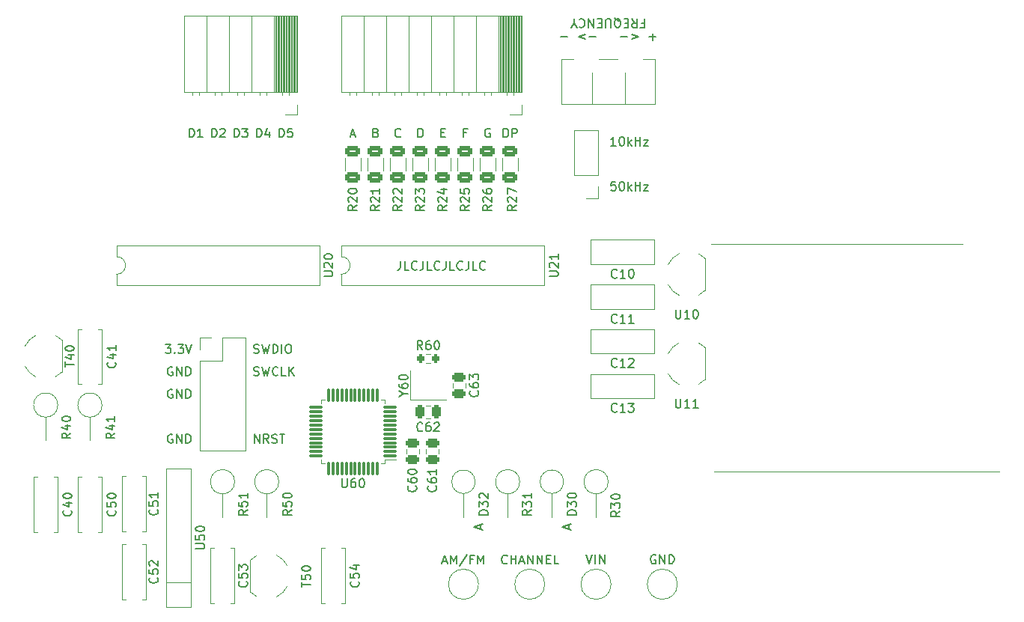
<source format=gto>
G04 #@! TF.GenerationSoftware,KiCad,Pcbnew,(6.0.10)*
G04 #@! TF.CreationDate,2023-06-17T10:05:04+02:00*
G04 #@! TF.ProjectId,Zaehler-Modul,5a616568-6c65-4722-9d4d-6f64756c2e6b,rev?*
G04 #@! TF.SameCoordinates,Original*
G04 #@! TF.FileFunction,Legend,Top*
G04 #@! TF.FilePolarity,Positive*
%FSLAX46Y46*%
G04 Gerber Fmt 4.6, Leading zero omitted, Abs format (unit mm)*
G04 Created by KiCad (PCBNEW (6.0.10)) date 2023-06-17 10:05:04*
%MOMM*%
%LPD*%
G01*
G04 APERTURE LIST*
G04 Aperture macros list*
%AMRoundRect*
0 Rectangle with rounded corners*
0 $1 Rounding radius*
0 $2 $3 $4 $5 $6 $7 $8 $9 X,Y pos of 4 corners*
0 Add a 4 corners polygon primitive as box body*
4,1,4,$2,$3,$4,$5,$6,$7,$8,$9,$2,$3,0*
0 Add four circle primitives for the rounded corners*
1,1,$1+$1,$2,$3*
1,1,$1+$1,$4,$5*
1,1,$1+$1,$6,$7*
1,1,$1+$1,$8,$9*
0 Add four rect primitives between the rounded corners*
20,1,$1+$1,$2,$3,$4,$5,0*
20,1,$1+$1,$4,$5,$6,$7,0*
20,1,$1+$1,$6,$7,$8,$9,0*
20,1,$1+$1,$8,$9,$2,$3,0*%
G04 Aperture macros list end*
%ADD10C,0.120000*%
%ADD11C,0.150000*%
%ADD12C,1.600000*%
%ADD13O,1.600000X1.600000*%
%ADD14RoundRect,0.075000X0.662500X0.075000X-0.662500X0.075000X-0.662500X-0.075000X0.662500X-0.075000X0*%
%ADD15RoundRect,0.075000X0.075000X0.662500X-0.075000X0.662500X-0.075000X-0.662500X0.075000X-0.662500X0*%
%ADD16C,1.500000*%
%ADD17RoundRect,0.250000X-0.625000X0.312500X-0.625000X-0.312500X0.625000X-0.312500X0.625000X0.312500X0*%
%ADD18RoundRect,0.250000X-0.475000X0.250000X-0.475000X-0.250000X0.475000X-0.250000X0.475000X0.250000X0*%
%ADD19R,1.600000X2.400000*%
%ADD20O,1.600000X2.400000*%
%ADD21R,1.700000X1.700000*%
%ADD22O,1.700000X1.700000*%
%ADD23RoundRect,0.250000X-0.250000X-0.475000X0.250000X-0.475000X0.250000X0.475000X-0.250000X0.475000X0*%
%ADD24C,2.000000*%
%ADD25C,2.340000*%
%ADD26R,1.400000X1.200000*%
%ADD27RoundRect,0.200000X-0.200000X-0.275000X0.200000X-0.275000X0.200000X0.275000X-0.200000X0.275000X0*%
%ADD28R,1.600000X1.600000*%
G04 APERTURE END LIST*
D10*
X105875000Y-72250000D02*
X138125000Y-72250000D01*
X105500000Y-46500000D02*
X134000000Y-46500000D01*
D11*
X53850595Y-69037380D02*
X53850595Y-68037380D01*
X54422023Y-69037380D01*
X54422023Y-68037380D01*
X55469642Y-69037380D02*
X55136309Y-68561190D01*
X54898214Y-69037380D02*
X54898214Y-68037380D01*
X55279166Y-68037380D01*
X55374404Y-68085000D01*
X55422023Y-68132619D01*
X55469642Y-68227857D01*
X55469642Y-68370714D01*
X55422023Y-68465952D01*
X55374404Y-68513571D01*
X55279166Y-68561190D01*
X54898214Y-68561190D01*
X55850595Y-68989761D02*
X55993452Y-69037380D01*
X56231547Y-69037380D01*
X56326785Y-68989761D01*
X56374404Y-68942142D01*
X56422023Y-68846904D01*
X56422023Y-68751666D01*
X56374404Y-68656428D01*
X56326785Y-68608809D01*
X56231547Y-68561190D01*
X56041071Y-68513571D01*
X55945833Y-68465952D01*
X55898214Y-68418333D01*
X55850595Y-68323095D01*
X55850595Y-68227857D01*
X55898214Y-68132619D01*
X55945833Y-68085000D01*
X56041071Y-68037380D01*
X56279166Y-68037380D01*
X56422023Y-68085000D01*
X56707738Y-68037380D02*
X57279166Y-68037380D01*
X56993452Y-69037380D02*
X56993452Y-68037380D01*
X82452380Y-82607142D02*
X82404761Y-82654761D01*
X82261904Y-82702380D01*
X82166666Y-82702380D01*
X82023809Y-82654761D01*
X81928571Y-82559523D01*
X81880952Y-82464285D01*
X81833333Y-82273809D01*
X81833333Y-82130952D01*
X81880952Y-81940476D01*
X81928571Y-81845238D01*
X82023809Y-81750000D01*
X82166666Y-81702380D01*
X82261904Y-81702380D01*
X82404761Y-81750000D01*
X82452380Y-81797619D01*
X82880952Y-82702380D02*
X82880952Y-81702380D01*
X82880952Y-82178571D02*
X83452380Y-82178571D01*
X83452380Y-82702380D02*
X83452380Y-81702380D01*
X83880952Y-82416666D02*
X84357142Y-82416666D01*
X83785714Y-82702380D02*
X84119047Y-81702380D01*
X84452380Y-82702380D01*
X84785714Y-82702380D02*
X84785714Y-81702380D01*
X85357142Y-82702380D01*
X85357142Y-81702380D01*
X85833333Y-82702380D02*
X85833333Y-81702380D01*
X86404761Y-82702380D01*
X86404761Y-81702380D01*
X86880952Y-82178571D02*
X87214285Y-82178571D01*
X87357142Y-82702380D02*
X86880952Y-82702380D01*
X86880952Y-81702380D01*
X87357142Y-81702380D01*
X88261904Y-82702380D02*
X87785714Y-82702380D01*
X87785714Y-81702380D01*
X44591785Y-63005000D02*
X44496547Y-62957380D01*
X44353690Y-62957380D01*
X44210833Y-63005000D01*
X44115595Y-63100238D01*
X44067976Y-63195476D01*
X44020357Y-63385952D01*
X44020357Y-63528809D01*
X44067976Y-63719285D01*
X44115595Y-63814523D01*
X44210833Y-63909761D01*
X44353690Y-63957380D01*
X44448928Y-63957380D01*
X44591785Y-63909761D01*
X44639404Y-63862142D01*
X44639404Y-63528809D01*
X44448928Y-63528809D01*
X45067976Y-63957380D02*
X45067976Y-62957380D01*
X45639404Y-63957380D01*
X45639404Y-62957380D01*
X46115595Y-63957380D02*
X46115595Y-62957380D01*
X46353690Y-62957380D01*
X46496547Y-63005000D01*
X46591785Y-63100238D01*
X46639404Y-63195476D01*
X46687023Y-63385952D01*
X46687023Y-63528809D01*
X46639404Y-63719285D01*
X46591785Y-63814523D01*
X46496547Y-63909761D01*
X46353690Y-63957380D01*
X46115595Y-63957380D01*
X91404761Y-81677380D02*
X91738095Y-82677380D01*
X92071428Y-81677380D01*
X92404761Y-82677380D02*
X92404761Y-81677380D01*
X92880952Y-82677380D02*
X92880952Y-81677380D01*
X93452380Y-82677380D01*
X93452380Y-81677380D01*
X44591785Y-60465000D02*
X44496547Y-60417380D01*
X44353690Y-60417380D01*
X44210833Y-60465000D01*
X44115595Y-60560238D01*
X44067976Y-60655476D01*
X44020357Y-60845952D01*
X44020357Y-60988809D01*
X44067976Y-61179285D01*
X44115595Y-61274523D01*
X44210833Y-61369761D01*
X44353690Y-61417380D01*
X44448928Y-61417380D01*
X44591785Y-61369761D01*
X44639404Y-61322142D01*
X44639404Y-60988809D01*
X44448928Y-60988809D01*
X45067976Y-61417380D02*
X45067976Y-60417380D01*
X45639404Y-61417380D01*
X45639404Y-60417380D01*
X46115595Y-61417380D02*
X46115595Y-60417380D01*
X46353690Y-60417380D01*
X46496547Y-60465000D01*
X46591785Y-60560238D01*
X46639404Y-60655476D01*
X46687023Y-60845952D01*
X46687023Y-60988809D01*
X46639404Y-61179285D01*
X46591785Y-61274523D01*
X46496547Y-61369761D01*
X46353690Y-61417380D01*
X46115595Y-61417380D01*
X88509047Y-23071428D02*
X89270952Y-23071428D01*
X91270952Y-22785714D02*
X90509047Y-23071428D01*
X91270952Y-23357142D01*
X91747142Y-23071428D02*
X92509047Y-23071428D01*
X95270952Y-23071428D02*
X96032857Y-23071428D01*
X96509047Y-22785714D02*
X97270952Y-23071428D01*
X96509047Y-23357142D01*
X98509047Y-23071428D02*
X99270952Y-23071428D01*
X98890000Y-23452380D02*
X98890000Y-22690476D01*
X75166666Y-82416666D02*
X75642857Y-82416666D01*
X75071428Y-82702380D02*
X75404761Y-81702380D01*
X75738095Y-82702380D01*
X76071428Y-82702380D02*
X76071428Y-81702380D01*
X76404761Y-82416666D01*
X76738095Y-81702380D01*
X76738095Y-82702380D01*
X77928571Y-81654761D02*
X77071428Y-82940476D01*
X78595238Y-82178571D02*
X78261904Y-82178571D01*
X78261904Y-82702380D02*
X78261904Y-81702380D01*
X78738095Y-81702380D01*
X79119047Y-82702380D02*
X79119047Y-81702380D01*
X79452380Y-82416666D01*
X79785714Y-81702380D01*
X79785714Y-82702380D01*
X72358095Y-34452380D02*
X72358095Y-33452380D01*
X72596190Y-33452380D01*
X72739047Y-33500000D01*
X72834285Y-33595238D01*
X72881904Y-33690476D01*
X72929523Y-33880952D01*
X72929523Y-34023809D01*
X72881904Y-34214285D01*
X72834285Y-34309523D01*
X72739047Y-34404761D01*
X72596190Y-34452380D01*
X72358095Y-34452380D01*
X56641904Y-34452380D02*
X56641904Y-33452380D01*
X56880000Y-33452380D01*
X57022857Y-33500000D01*
X57118095Y-33595238D01*
X57165714Y-33690476D01*
X57213333Y-33880952D01*
X57213333Y-34023809D01*
X57165714Y-34214285D01*
X57118095Y-34309523D01*
X57022857Y-34404761D01*
X56880000Y-34452380D01*
X56641904Y-34452380D01*
X58118095Y-33452380D02*
X57641904Y-33452380D01*
X57594285Y-33928571D01*
X57641904Y-33880952D01*
X57737142Y-33833333D01*
X57975238Y-33833333D01*
X58070476Y-33880952D01*
X58118095Y-33928571D01*
X58165714Y-34023809D01*
X58165714Y-34261904D01*
X58118095Y-34357142D01*
X58070476Y-34404761D01*
X57975238Y-34452380D01*
X57737142Y-34452380D01*
X57641904Y-34404761D01*
X57594285Y-34357142D01*
X74945714Y-33928571D02*
X75279047Y-33928571D01*
X75421904Y-34452380D02*
X74945714Y-34452380D01*
X74945714Y-33452380D01*
X75421904Y-33452380D01*
X97651904Y-21571428D02*
X97985238Y-21571428D01*
X97985238Y-21047619D02*
X97985238Y-22047619D01*
X97509047Y-22047619D01*
X96556666Y-21047619D02*
X96890000Y-21523809D01*
X97128095Y-21047619D02*
X97128095Y-22047619D01*
X96747142Y-22047619D01*
X96651904Y-22000000D01*
X96604285Y-21952380D01*
X96556666Y-21857142D01*
X96556666Y-21714285D01*
X96604285Y-21619047D01*
X96651904Y-21571428D01*
X96747142Y-21523809D01*
X97128095Y-21523809D01*
X96128095Y-21571428D02*
X95794761Y-21571428D01*
X95651904Y-21047619D02*
X96128095Y-21047619D01*
X96128095Y-22047619D01*
X95651904Y-22047619D01*
X94556666Y-20952380D02*
X94651904Y-21000000D01*
X94747142Y-21095238D01*
X94890000Y-21238095D01*
X94985238Y-21285714D01*
X95080476Y-21285714D01*
X95032857Y-21047619D02*
X95128095Y-21095238D01*
X95223333Y-21190476D01*
X95270952Y-21380952D01*
X95270952Y-21714285D01*
X95223333Y-21904761D01*
X95128095Y-22000000D01*
X95032857Y-22047619D01*
X94842380Y-22047619D01*
X94747142Y-22000000D01*
X94651904Y-21904761D01*
X94604285Y-21714285D01*
X94604285Y-21380952D01*
X94651904Y-21190476D01*
X94747142Y-21095238D01*
X94842380Y-21047619D01*
X95032857Y-21047619D01*
X94175714Y-22047619D02*
X94175714Y-21238095D01*
X94128095Y-21142857D01*
X94080476Y-21095238D01*
X93985238Y-21047619D01*
X93794761Y-21047619D01*
X93699523Y-21095238D01*
X93651904Y-21142857D01*
X93604285Y-21238095D01*
X93604285Y-22047619D01*
X93128095Y-21571428D02*
X92794761Y-21571428D01*
X92651904Y-21047619D02*
X93128095Y-21047619D01*
X93128095Y-22047619D01*
X92651904Y-22047619D01*
X92223333Y-21047619D02*
X92223333Y-22047619D01*
X91651904Y-21047619D01*
X91651904Y-22047619D01*
X90604285Y-21142857D02*
X90651904Y-21095238D01*
X90794761Y-21047619D01*
X90890000Y-21047619D01*
X91032857Y-21095238D01*
X91128095Y-21190476D01*
X91175714Y-21285714D01*
X91223333Y-21476190D01*
X91223333Y-21619047D01*
X91175714Y-21809523D01*
X91128095Y-21904761D01*
X91032857Y-22000000D01*
X90890000Y-22047619D01*
X90794761Y-22047619D01*
X90651904Y-22000000D01*
X90604285Y-21952380D01*
X89985238Y-21523809D02*
X89985238Y-21047619D01*
X90318571Y-22047619D02*
X89985238Y-21523809D01*
X89651904Y-22047619D01*
X64761904Y-34166666D02*
X65238095Y-34166666D01*
X64666666Y-34452380D02*
X65000000Y-33452380D01*
X65333333Y-34452380D01*
X82018095Y-34452380D02*
X82018095Y-33452380D01*
X82256190Y-33452380D01*
X82399047Y-33500000D01*
X82494285Y-33595238D01*
X82541904Y-33690476D01*
X82589523Y-33880952D01*
X82589523Y-34023809D01*
X82541904Y-34214285D01*
X82494285Y-34309523D01*
X82399047Y-34404761D01*
X82256190Y-34452380D01*
X82018095Y-34452380D01*
X83018095Y-34452380D02*
X83018095Y-33452380D01*
X83399047Y-33452380D01*
X83494285Y-33500000D01*
X83541904Y-33547619D01*
X83589523Y-33642857D01*
X83589523Y-33785714D01*
X83541904Y-33880952D01*
X83494285Y-33928571D01*
X83399047Y-33976190D01*
X83018095Y-33976190D01*
X46481904Y-34452380D02*
X46481904Y-33452380D01*
X46720000Y-33452380D01*
X46862857Y-33500000D01*
X46958095Y-33595238D01*
X47005714Y-33690476D01*
X47053333Y-33880952D01*
X47053333Y-34023809D01*
X47005714Y-34214285D01*
X46958095Y-34309523D01*
X46862857Y-34404761D01*
X46720000Y-34452380D01*
X46481904Y-34452380D01*
X48005714Y-34452380D02*
X47434285Y-34452380D01*
X47720000Y-34452380D02*
X47720000Y-33452380D01*
X47624761Y-33595238D01*
X47529523Y-33690476D01*
X47434285Y-33738095D01*
X77842857Y-33928571D02*
X77509523Y-33928571D01*
X77509523Y-34452380D02*
X77509523Y-33452380D01*
X77985714Y-33452380D01*
X80501904Y-33500000D02*
X80406666Y-33452380D01*
X80263809Y-33452380D01*
X80120952Y-33500000D01*
X80025714Y-33595238D01*
X79978095Y-33690476D01*
X79930476Y-33880952D01*
X79930476Y-34023809D01*
X79978095Y-34214285D01*
X80025714Y-34309523D01*
X80120952Y-34404761D01*
X80263809Y-34452380D01*
X80359047Y-34452380D01*
X80501904Y-34404761D01*
X80549523Y-34357142D01*
X80549523Y-34023809D01*
X80359047Y-34023809D01*
X54101904Y-34452380D02*
X54101904Y-33452380D01*
X54340000Y-33452380D01*
X54482857Y-33500000D01*
X54578095Y-33595238D01*
X54625714Y-33690476D01*
X54673333Y-33880952D01*
X54673333Y-34023809D01*
X54625714Y-34214285D01*
X54578095Y-34309523D01*
X54482857Y-34404761D01*
X54340000Y-34452380D01*
X54101904Y-34452380D01*
X55530476Y-33785714D02*
X55530476Y-34452380D01*
X55292380Y-33404761D02*
X55054285Y-34119047D01*
X55673333Y-34119047D01*
X51561904Y-34452380D02*
X51561904Y-33452380D01*
X51800000Y-33452380D01*
X51942857Y-33500000D01*
X52038095Y-33595238D01*
X52085714Y-33690476D01*
X52133333Y-33880952D01*
X52133333Y-34023809D01*
X52085714Y-34214285D01*
X52038095Y-34309523D01*
X51942857Y-34404761D01*
X51800000Y-34452380D01*
X51561904Y-34452380D01*
X52466666Y-33452380D02*
X53085714Y-33452380D01*
X52752380Y-33833333D01*
X52895238Y-33833333D01*
X52990476Y-33880952D01*
X53038095Y-33928571D01*
X53085714Y-34023809D01*
X53085714Y-34261904D01*
X53038095Y-34357142D01*
X52990476Y-34404761D01*
X52895238Y-34452380D01*
X52609523Y-34452380D01*
X52514285Y-34404761D01*
X52466666Y-34357142D01*
X99238095Y-81725000D02*
X99142857Y-81677380D01*
X99000000Y-81677380D01*
X98857142Y-81725000D01*
X98761904Y-81820238D01*
X98714285Y-81915476D01*
X98666666Y-82105952D01*
X98666666Y-82248809D01*
X98714285Y-82439285D01*
X98761904Y-82534523D01*
X98857142Y-82629761D01*
X99000000Y-82677380D01*
X99095238Y-82677380D01*
X99238095Y-82629761D01*
X99285714Y-82582142D01*
X99285714Y-82248809D01*
X99095238Y-82248809D01*
X99714285Y-82677380D02*
X99714285Y-81677380D01*
X100285714Y-82677380D01*
X100285714Y-81677380D01*
X100761904Y-82677380D02*
X100761904Y-81677380D01*
X101000000Y-81677380D01*
X101142857Y-81725000D01*
X101238095Y-81820238D01*
X101285714Y-81915476D01*
X101333333Y-82105952D01*
X101333333Y-82248809D01*
X101285714Y-82439285D01*
X101238095Y-82534523D01*
X101142857Y-82629761D01*
X101000000Y-82677380D01*
X100761904Y-82677380D01*
X53802976Y-61369761D02*
X53945833Y-61417380D01*
X54183928Y-61417380D01*
X54279166Y-61369761D01*
X54326785Y-61322142D01*
X54374404Y-61226904D01*
X54374404Y-61131666D01*
X54326785Y-61036428D01*
X54279166Y-60988809D01*
X54183928Y-60941190D01*
X53993452Y-60893571D01*
X53898214Y-60845952D01*
X53850595Y-60798333D01*
X53802976Y-60703095D01*
X53802976Y-60607857D01*
X53850595Y-60512619D01*
X53898214Y-60465000D01*
X53993452Y-60417380D01*
X54231547Y-60417380D01*
X54374404Y-60465000D01*
X54707738Y-60417380D02*
X54945833Y-61417380D01*
X55136309Y-60703095D01*
X55326785Y-61417380D01*
X55564880Y-60417380D01*
X56517261Y-61322142D02*
X56469642Y-61369761D01*
X56326785Y-61417380D01*
X56231547Y-61417380D01*
X56088690Y-61369761D01*
X55993452Y-61274523D01*
X55945833Y-61179285D01*
X55898214Y-60988809D01*
X55898214Y-60845952D01*
X55945833Y-60655476D01*
X55993452Y-60560238D01*
X56088690Y-60465000D01*
X56231547Y-60417380D01*
X56326785Y-60417380D01*
X56469642Y-60465000D01*
X56517261Y-60512619D01*
X57422023Y-61417380D02*
X56945833Y-61417380D01*
X56945833Y-60417380D01*
X57755357Y-61417380D02*
X57755357Y-60417380D01*
X58326785Y-61417380D02*
X57898214Y-60845952D01*
X58326785Y-60417380D02*
X57755357Y-60988809D01*
X67611428Y-33928571D02*
X67754285Y-33976190D01*
X67801904Y-34023809D01*
X67849523Y-34119047D01*
X67849523Y-34261904D01*
X67801904Y-34357142D01*
X67754285Y-34404761D01*
X67659047Y-34452380D01*
X67278095Y-34452380D01*
X67278095Y-33452380D01*
X67611428Y-33452380D01*
X67706666Y-33500000D01*
X67754285Y-33547619D01*
X67801904Y-33642857D01*
X67801904Y-33738095D01*
X67754285Y-33833333D01*
X67706666Y-33880952D01*
X67611428Y-33928571D01*
X67278095Y-33928571D01*
X70389523Y-34357142D02*
X70341904Y-34404761D01*
X70199047Y-34452380D01*
X70103809Y-34452380D01*
X69960952Y-34404761D01*
X69865714Y-34309523D01*
X69818095Y-34214285D01*
X69770476Y-34023809D01*
X69770476Y-33880952D01*
X69818095Y-33690476D01*
X69865714Y-33595238D01*
X69960952Y-33500000D01*
X70103809Y-33452380D01*
X70199047Y-33452380D01*
X70341904Y-33500000D01*
X70389523Y-33547619D01*
X70380952Y-48452380D02*
X70380952Y-49166666D01*
X70333333Y-49309523D01*
X70238095Y-49404761D01*
X70095238Y-49452380D01*
X70000000Y-49452380D01*
X71333333Y-49452380D02*
X70857142Y-49452380D01*
X70857142Y-48452380D01*
X72238095Y-49357142D02*
X72190476Y-49404761D01*
X72047619Y-49452380D01*
X71952380Y-49452380D01*
X71809523Y-49404761D01*
X71714285Y-49309523D01*
X71666666Y-49214285D01*
X71619047Y-49023809D01*
X71619047Y-48880952D01*
X71666666Y-48690476D01*
X71714285Y-48595238D01*
X71809523Y-48500000D01*
X71952380Y-48452380D01*
X72047619Y-48452380D01*
X72190476Y-48500000D01*
X72238095Y-48547619D01*
X72952380Y-48452380D02*
X72952380Y-49166666D01*
X72904761Y-49309523D01*
X72809523Y-49404761D01*
X72666666Y-49452380D01*
X72571428Y-49452380D01*
X73904761Y-49452380D02*
X73428571Y-49452380D01*
X73428571Y-48452380D01*
X74809523Y-49357142D02*
X74761904Y-49404761D01*
X74619047Y-49452380D01*
X74523809Y-49452380D01*
X74380952Y-49404761D01*
X74285714Y-49309523D01*
X74238095Y-49214285D01*
X74190476Y-49023809D01*
X74190476Y-48880952D01*
X74238095Y-48690476D01*
X74285714Y-48595238D01*
X74380952Y-48500000D01*
X74523809Y-48452380D01*
X74619047Y-48452380D01*
X74761904Y-48500000D01*
X74809523Y-48547619D01*
X75523809Y-48452380D02*
X75523809Y-49166666D01*
X75476190Y-49309523D01*
X75380952Y-49404761D01*
X75238095Y-49452380D01*
X75142857Y-49452380D01*
X76476190Y-49452380D02*
X76000000Y-49452380D01*
X76000000Y-48452380D01*
X77380952Y-49357142D02*
X77333333Y-49404761D01*
X77190476Y-49452380D01*
X77095238Y-49452380D01*
X76952380Y-49404761D01*
X76857142Y-49309523D01*
X76809523Y-49214285D01*
X76761904Y-49023809D01*
X76761904Y-48880952D01*
X76809523Y-48690476D01*
X76857142Y-48595238D01*
X76952380Y-48500000D01*
X77095238Y-48452380D01*
X77190476Y-48452380D01*
X77333333Y-48500000D01*
X77380952Y-48547619D01*
X78095238Y-48452380D02*
X78095238Y-49166666D01*
X78047619Y-49309523D01*
X77952380Y-49404761D01*
X77809523Y-49452380D01*
X77714285Y-49452380D01*
X79047619Y-49452380D02*
X78571428Y-49452380D01*
X78571428Y-48452380D01*
X79952380Y-49357142D02*
X79904761Y-49404761D01*
X79761904Y-49452380D01*
X79666666Y-49452380D01*
X79523809Y-49404761D01*
X79428571Y-49309523D01*
X79380952Y-49214285D01*
X79333333Y-49023809D01*
X79333333Y-48880952D01*
X79380952Y-48690476D01*
X79428571Y-48595238D01*
X79523809Y-48500000D01*
X79666666Y-48452380D01*
X79761904Y-48452380D01*
X79904761Y-48500000D01*
X79952380Y-48547619D01*
X53802976Y-58829761D02*
X53945833Y-58877380D01*
X54183928Y-58877380D01*
X54279166Y-58829761D01*
X54326785Y-58782142D01*
X54374404Y-58686904D01*
X54374404Y-58591666D01*
X54326785Y-58496428D01*
X54279166Y-58448809D01*
X54183928Y-58401190D01*
X53993452Y-58353571D01*
X53898214Y-58305952D01*
X53850595Y-58258333D01*
X53802976Y-58163095D01*
X53802976Y-58067857D01*
X53850595Y-57972619D01*
X53898214Y-57925000D01*
X53993452Y-57877380D01*
X54231547Y-57877380D01*
X54374404Y-57925000D01*
X54707738Y-57877380D02*
X54945833Y-58877380D01*
X55136309Y-58163095D01*
X55326785Y-58877380D01*
X55564880Y-57877380D01*
X55945833Y-58877380D02*
X55945833Y-57877380D01*
X56183928Y-57877380D01*
X56326785Y-57925000D01*
X56422023Y-58020238D01*
X56469642Y-58115476D01*
X56517261Y-58305952D01*
X56517261Y-58448809D01*
X56469642Y-58639285D01*
X56422023Y-58734523D01*
X56326785Y-58829761D01*
X56183928Y-58877380D01*
X55945833Y-58877380D01*
X56945833Y-58877380D02*
X56945833Y-57877380D01*
X57612500Y-57877380D02*
X57802976Y-57877380D01*
X57898214Y-57925000D01*
X57993452Y-58020238D01*
X58041071Y-58210714D01*
X58041071Y-58544047D01*
X57993452Y-58734523D01*
X57898214Y-58829761D01*
X57802976Y-58877380D01*
X57612500Y-58877380D01*
X57517261Y-58829761D01*
X57422023Y-58734523D01*
X57374404Y-58544047D01*
X57374404Y-58210714D01*
X57422023Y-58020238D01*
X57517261Y-57925000D01*
X57612500Y-57877380D01*
X44591785Y-68085000D02*
X44496547Y-68037380D01*
X44353690Y-68037380D01*
X44210833Y-68085000D01*
X44115595Y-68180238D01*
X44067976Y-68275476D01*
X44020357Y-68465952D01*
X44020357Y-68608809D01*
X44067976Y-68799285D01*
X44115595Y-68894523D01*
X44210833Y-68989761D01*
X44353690Y-69037380D01*
X44448928Y-69037380D01*
X44591785Y-68989761D01*
X44639404Y-68942142D01*
X44639404Y-68608809D01*
X44448928Y-68608809D01*
X45067976Y-69037380D02*
X45067976Y-68037380D01*
X45639404Y-69037380D01*
X45639404Y-68037380D01*
X46115595Y-69037380D02*
X46115595Y-68037380D01*
X46353690Y-68037380D01*
X46496547Y-68085000D01*
X46591785Y-68180238D01*
X46639404Y-68275476D01*
X46687023Y-68465952D01*
X46687023Y-68608809D01*
X46639404Y-68799285D01*
X46591785Y-68894523D01*
X46496547Y-68989761D01*
X46353690Y-69037380D01*
X46115595Y-69037380D01*
X43782261Y-57877380D02*
X44401309Y-57877380D01*
X44067976Y-58258333D01*
X44210833Y-58258333D01*
X44306071Y-58305952D01*
X44353690Y-58353571D01*
X44401309Y-58448809D01*
X44401309Y-58686904D01*
X44353690Y-58782142D01*
X44306071Y-58829761D01*
X44210833Y-58877380D01*
X43925119Y-58877380D01*
X43829880Y-58829761D01*
X43782261Y-58782142D01*
X44829880Y-58782142D02*
X44877500Y-58829761D01*
X44829880Y-58877380D01*
X44782261Y-58829761D01*
X44829880Y-58782142D01*
X44829880Y-58877380D01*
X45210833Y-57877380D02*
X45829880Y-57877380D01*
X45496547Y-58258333D01*
X45639404Y-58258333D01*
X45734642Y-58305952D01*
X45782261Y-58353571D01*
X45829880Y-58448809D01*
X45829880Y-58686904D01*
X45782261Y-58782142D01*
X45734642Y-58829761D01*
X45639404Y-58877380D01*
X45353690Y-58877380D01*
X45258452Y-58829761D01*
X45210833Y-58782142D01*
X46115595Y-57877380D02*
X46448928Y-58877380D01*
X46782261Y-57877380D01*
X49021904Y-34452380D02*
X49021904Y-33452380D01*
X49260000Y-33452380D01*
X49402857Y-33500000D01*
X49498095Y-33595238D01*
X49545714Y-33690476D01*
X49593333Y-33880952D01*
X49593333Y-34023809D01*
X49545714Y-34214285D01*
X49498095Y-34309523D01*
X49402857Y-34404761D01*
X49260000Y-34452380D01*
X49021904Y-34452380D01*
X49974285Y-33547619D02*
X50021904Y-33500000D01*
X50117142Y-33452380D01*
X50355238Y-33452380D01*
X50450476Y-33500000D01*
X50498095Y-33547619D01*
X50545714Y-33642857D01*
X50545714Y-33738095D01*
X50498095Y-33880952D01*
X49926666Y-34452380D01*
X50545714Y-34452380D01*
X94749404Y-35397380D02*
X94177976Y-35397380D01*
X94463690Y-35397380D02*
X94463690Y-34397380D01*
X94368452Y-34540238D01*
X94273214Y-34635476D01*
X94177976Y-34683095D01*
X95368452Y-34397380D02*
X95463690Y-34397380D01*
X95558928Y-34445000D01*
X95606547Y-34492619D01*
X95654166Y-34587857D01*
X95701785Y-34778333D01*
X95701785Y-35016428D01*
X95654166Y-35206904D01*
X95606547Y-35302142D01*
X95558928Y-35349761D01*
X95463690Y-35397380D01*
X95368452Y-35397380D01*
X95273214Y-35349761D01*
X95225595Y-35302142D01*
X95177976Y-35206904D01*
X95130357Y-35016428D01*
X95130357Y-34778333D01*
X95177976Y-34587857D01*
X95225595Y-34492619D01*
X95273214Y-34445000D01*
X95368452Y-34397380D01*
X96130357Y-35397380D02*
X96130357Y-34397380D01*
X96225595Y-35016428D02*
X96511309Y-35397380D01*
X96511309Y-34730714D02*
X96130357Y-35111666D01*
X96939880Y-35397380D02*
X96939880Y-34397380D01*
X96939880Y-34873571D02*
X97511309Y-34873571D01*
X97511309Y-35397380D02*
X97511309Y-34397380D01*
X97892261Y-34730714D02*
X98416071Y-34730714D01*
X97892261Y-35397380D01*
X98416071Y-35397380D01*
X94701785Y-39477380D02*
X94225595Y-39477380D01*
X94177976Y-39953571D01*
X94225595Y-39905952D01*
X94320833Y-39858333D01*
X94558928Y-39858333D01*
X94654166Y-39905952D01*
X94701785Y-39953571D01*
X94749404Y-40048809D01*
X94749404Y-40286904D01*
X94701785Y-40382142D01*
X94654166Y-40429761D01*
X94558928Y-40477380D01*
X94320833Y-40477380D01*
X94225595Y-40429761D01*
X94177976Y-40382142D01*
X95368452Y-39477380D02*
X95463690Y-39477380D01*
X95558928Y-39525000D01*
X95606547Y-39572619D01*
X95654166Y-39667857D01*
X95701785Y-39858333D01*
X95701785Y-40096428D01*
X95654166Y-40286904D01*
X95606547Y-40382142D01*
X95558928Y-40429761D01*
X95463690Y-40477380D01*
X95368452Y-40477380D01*
X95273214Y-40429761D01*
X95225595Y-40382142D01*
X95177976Y-40286904D01*
X95130357Y-40096428D01*
X95130357Y-39858333D01*
X95177976Y-39667857D01*
X95225595Y-39572619D01*
X95273214Y-39525000D01*
X95368452Y-39477380D01*
X96130357Y-40477380D02*
X96130357Y-39477380D01*
X96225595Y-40096428D02*
X96511309Y-40477380D01*
X96511309Y-39810714D02*
X96130357Y-40191666D01*
X96939880Y-40477380D02*
X96939880Y-39477380D01*
X96939880Y-39953571D02*
X97511309Y-39953571D01*
X97511309Y-40477380D02*
X97511309Y-39477380D01*
X97892261Y-39810714D02*
X98416071Y-39810714D01*
X97892261Y-40477380D01*
X98416071Y-40477380D01*
X42857142Y-84242857D02*
X42904761Y-84290476D01*
X42952380Y-84433333D01*
X42952380Y-84528571D01*
X42904761Y-84671428D01*
X42809523Y-84766666D01*
X42714285Y-84814285D01*
X42523809Y-84861904D01*
X42380952Y-84861904D01*
X42190476Y-84814285D01*
X42095238Y-84766666D01*
X42000000Y-84671428D01*
X41952380Y-84528571D01*
X41952380Y-84433333D01*
X42000000Y-84290476D01*
X42047619Y-84242857D01*
X41952380Y-83338095D02*
X41952380Y-83814285D01*
X42428571Y-83861904D01*
X42380952Y-83814285D01*
X42333333Y-83719047D01*
X42333333Y-83480952D01*
X42380952Y-83385714D01*
X42428571Y-83338095D01*
X42523809Y-83290476D01*
X42761904Y-83290476D01*
X42857142Y-83338095D01*
X42904761Y-83385714D01*
X42952380Y-83480952D01*
X42952380Y-83719047D01*
X42904761Y-83814285D01*
X42857142Y-83861904D01*
X42047619Y-82909523D02*
X42000000Y-82861904D01*
X41952380Y-82766666D01*
X41952380Y-82528571D01*
X42000000Y-82433333D01*
X42047619Y-82385714D01*
X42142857Y-82338095D01*
X42238095Y-82338095D01*
X42380952Y-82385714D01*
X42952380Y-82957142D01*
X42952380Y-82338095D01*
X58072380Y-76592857D02*
X57596190Y-76926190D01*
X58072380Y-77164285D02*
X57072380Y-77164285D01*
X57072380Y-76783333D01*
X57120000Y-76688095D01*
X57167619Y-76640476D01*
X57262857Y-76592857D01*
X57405714Y-76592857D01*
X57500952Y-76640476D01*
X57548571Y-76688095D01*
X57596190Y-76783333D01*
X57596190Y-77164285D01*
X57072380Y-75688095D02*
X57072380Y-76164285D01*
X57548571Y-76211904D01*
X57500952Y-76164285D01*
X57453333Y-76069047D01*
X57453333Y-75830952D01*
X57500952Y-75735714D01*
X57548571Y-75688095D01*
X57643809Y-75640476D01*
X57881904Y-75640476D01*
X57977142Y-75688095D01*
X58024761Y-75735714D01*
X58072380Y-75830952D01*
X58072380Y-76069047D01*
X58024761Y-76164285D01*
X57977142Y-76211904D01*
X57072380Y-75021428D02*
X57072380Y-74926190D01*
X57120000Y-74830952D01*
X57167619Y-74783333D01*
X57262857Y-74735714D01*
X57453333Y-74688095D01*
X57691428Y-74688095D01*
X57881904Y-74735714D01*
X57977142Y-74783333D01*
X58024761Y-74830952D01*
X58072380Y-74926190D01*
X58072380Y-75021428D01*
X58024761Y-75116666D01*
X57977142Y-75164285D01*
X57881904Y-75211904D01*
X57691428Y-75259523D01*
X57453333Y-75259523D01*
X57262857Y-75211904D01*
X57167619Y-75164285D01*
X57120000Y-75116666D01*
X57072380Y-75021428D01*
X63761904Y-73052380D02*
X63761904Y-73861904D01*
X63809523Y-73957142D01*
X63857142Y-74004761D01*
X63952380Y-74052380D01*
X64142857Y-74052380D01*
X64238095Y-74004761D01*
X64285714Y-73957142D01*
X64333333Y-73861904D01*
X64333333Y-73052380D01*
X65238095Y-73052380D02*
X65047619Y-73052380D01*
X64952380Y-73100000D01*
X64904761Y-73147619D01*
X64809523Y-73290476D01*
X64761904Y-73480952D01*
X64761904Y-73861904D01*
X64809523Y-73957142D01*
X64857142Y-74004761D01*
X64952380Y-74052380D01*
X65142857Y-74052380D01*
X65238095Y-74004761D01*
X65285714Y-73957142D01*
X65333333Y-73861904D01*
X65333333Y-73623809D01*
X65285714Y-73528571D01*
X65238095Y-73480952D01*
X65142857Y-73433333D01*
X64952380Y-73433333D01*
X64857142Y-73480952D01*
X64809523Y-73528571D01*
X64761904Y-73623809D01*
X65952380Y-73052380D02*
X66047619Y-73052380D01*
X66142857Y-73100000D01*
X66190476Y-73147619D01*
X66238095Y-73242857D01*
X66285714Y-73433333D01*
X66285714Y-73671428D01*
X66238095Y-73861904D01*
X66190476Y-73957142D01*
X66142857Y-74004761D01*
X66047619Y-74052380D01*
X65952380Y-74052380D01*
X65857142Y-74004761D01*
X65809523Y-73957142D01*
X65761904Y-73861904D01*
X65714285Y-73671428D01*
X65714285Y-73433333D01*
X65761904Y-73242857D01*
X65809523Y-73147619D01*
X65857142Y-73100000D01*
X65952380Y-73052380D01*
X94857142Y-50277142D02*
X94809523Y-50324761D01*
X94666666Y-50372380D01*
X94571428Y-50372380D01*
X94428571Y-50324761D01*
X94333333Y-50229523D01*
X94285714Y-50134285D01*
X94238095Y-49943809D01*
X94238095Y-49800952D01*
X94285714Y-49610476D01*
X94333333Y-49515238D01*
X94428571Y-49420000D01*
X94571428Y-49372380D01*
X94666666Y-49372380D01*
X94809523Y-49420000D01*
X94857142Y-49467619D01*
X95809523Y-50372380D02*
X95238095Y-50372380D01*
X95523809Y-50372380D02*
X95523809Y-49372380D01*
X95428571Y-49515238D01*
X95333333Y-49610476D01*
X95238095Y-49658095D01*
X96428571Y-49372380D02*
X96523809Y-49372380D01*
X96619047Y-49420000D01*
X96666666Y-49467619D01*
X96714285Y-49562857D01*
X96761904Y-49753333D01*
X96761904Y-49991428D01*
X96714285Y-50181904D01*
X96666666Y-50277142D01*
X96619047Y-50324761D01*
X96523809Y-50372380D01*
X96428571Y-50372380D01*
X96333333Y-50324761D01*
X96285714Y-50277142D01*
X96238095Y-50181904D01*
X96190476Y-49991428D01*
X96190476Y-49753333D01*
X96238095Y-49562857D01*
X96285714Y-49467619D01*
X96333333Y-49420000D01*
X96428571Y-49372380D01*
X101511904Y-64032380D02*
X101511904Y-64841904D01*
X101559523Y-64937142D01*
X101607142Y-64984761D01*
X101702380Y-65032380D01*
X101892857Y-65032380D01*
X101988095Y-64984761D01*
X102035714Y-64937142D01*
X102083333Y-64841904D01*
X102083333Y-64032380D01*
X103083333Y-65032380D02*
X102511904Y-65032380D01*
X102797619Y-65032380D02*
X102797619Y-64032380D01*
X102702380Y-64175238D01*
X102607142Y-64270476D01*
X102511904Y-64318095D01*
X104035714Y-65032380D02*
X103464285Y-65032380D01*
X103750000Y-65032380D02*
X103750000Y-64032380D01*
X103654761Y-64175238D01*
X103559523Y-64270476D01*
X103464285Y-64318095D01*
X83482380Y-42142857D02*
X83006190Y-42476190D01*
X83482380Y-42714285D02*
X82482380Y-42714285D01*
X82482380Y-42333333D01*
X82530000Y-42238095D01*
X82577619Y-42190476D01*
X82672857Y-42142857D01*
X82815714Y-42142857D01*
X82910952Y-42190476D01*
X82958571Y-42238095D01*
X83006190Y-42333333D01*
X83006190Y-42714285D01*
X82577619Y-41761904D02*
X82530000Y-41714285D01*
X82482380Y-41619047D01*
X82482380Y-41380952D01*
X82530000Y-41285714D01*
X82577619Y-41238095D01*
X82672857Y-41190476D01*
X82768095Y-41190476D01*
X82910952Y-41238095D01*
X83482380Y-41809523D01*
X83482380Y-41190476D01*
X82482380Y-40857142D02*
X82482380Y-40190476D01*
X83482380Y-40619047D01*
X52977142Y-84682857D02*
X53024761Y-84730476D01*
X53072380Y-84873333D01*
X53072380Y-84968571D01*
X53024761Y-85111428D01*
X52929523Y-85206666D01*
X52834285Y-85254285D01*
X52643809Y-85301904D01*
X52500952Y-85301904D01*
X52310476Y-85254285D01*
X52215238Y-85206666D01*
X52120000Y-85111428D01*
X52072380Y-84968571D01*
X52072380Y-84873333D01*
X52120000Y-84730476D01*
X52167619Y-84682857D01*
X52072380Y-83778095D02*
X52072380Y-84254285D01*
X52548571Y-84301904D01*
X52500952Y-84254285D01*
X52453333Y-84159047D01*
X52453333Y-83920952D01*
X52500952Y-83825714D01*
X52548571Y-83778095D01*
X52643809Y-83730476D01*
X52881904Y-83730476D01*
X52977142Y-83778095D01*
X53024761Y-83825714D01*
X53072380Y-83920952D01*
X53072380Y-84159047D01*
X53024761Y-84254285D01*
X52977142Y-84301904D01*
X52072380Y-83397142D02*
X52072380Y-82778095D01*
X52453333Y-83111428D01*
X52453333Y-82968571D01*
X52500952Y-82873333D01*
X52548571Y-82825714D01*
X52643809Y-82778095D01*
X52881904Y-82778095D01*
X52977142Y-82825714D01*
X53024761Y-82873333D01*
X53072380Y-82968571D01*
X53072380Y-83254285D01*
X53024761Y-83349523D01*
X52977142Y-83397142D01*
X74357142Y-73892857D02*
X74404761Y-73940476D01*
X74452380Y-74083333D01*
X74452380Y-74178571D01*
X74404761Y-74321428D01*
X74309523Y-74416666D01*
X74214285Y-74464285D01*
X74023809Y-74511904D01*
X73880952Y-74511904D01*
X73690476Y-74464285D01*
X73595238Y-74416666D01*
X73500000Y-74321428D01*
X73452380Y-74178571D01*
X73452380Y-74083333D01*
X73500000Y-73940476D01*
X73547619Y-73892857D01*
X73452380Y-73035714D02*
X73452380Y-73226190D01*
X73500000Y-73321428D01*
X73547619Y-73369047D01*
X73690476Y-73464285D01*
X73880952Y-73511904D01*
X74261904Y-73511904D01*
X74357142Y-73464285D01*
X74404761Y-73416666D01*
X74452380Y-73321428D01*
X74452380Y-73130952D01*
X74404761Y-73035714D01*
X74357142Y-72988095D01*
X74261904Y-72940476D01*
X74023809Y-72940476D01*
X73928571Y-72988095D01*
X73880952Y-73035714D01*
X73833333Y-73130952D01*
X73833333Y-73321428D01*
X73880952Y-73416666D01*
X73928571Y-73464285D01*
X74023809Y-73511904D01*
X74452380Y-71988095D02*
X74452380Y-72559523D01*
X74452380Y-72273809D02*
X73452380Y-72273809D01*
X73595238Y-72369047D01*
X73690476Y-72464285D01*
X73738095Y-72559523D01*
X75612380Y-42142857D02*
X75136190Y-42476190D01*
X75612380Y-42714285D02*
X74612380Y-42714285D01*
X74612380Y-42333333D01*
X74660000Y-42238095D01*
X74707619Y-42190476D01*
X74802857Y-42142857D01*
X74945714Y-42142857D01*
X75040952Y-42190476D01*
X75088571Y-42238095D01*
X75136190Y-42333333D01*
X75136190Y-42714285D01*
X74707619Y-41761904D02*
X74660000Y-41714285D01*
X74612380Y-41619047D01*
X74612380Y-41380952D01*
X74660000Y-41285714D01*
X74707619Y-41238095D01*
X74802857Y-41190476D01*
X74898095Y-41190476D01*
X75040952Y-41238095D01*
X75612380Y-41809523D01*
X75612380Y-41190476D01*
X74945714Y-40333333D02*
X75612380Y-40333333D01*
X74564761Y-40571428D02*
X75279047Y-40809523D01*
X75279047Y-40190476D01*
X38107142Y-76642857D02*
X38154761Y-76690476D01*
X38202380Y-76833333D01*
X38202380Y-76928571D01*
X38154761Y-77071428D01*
X38059523Y-77166666D01*
X37964285Y-77214285D01*
X37773809Y-77261904D01*
X37630952Y-77261904D01*
X37440476Y-77214285D01*
X37345238Y-77166666D01*
X37250000Y-77071428D01*
X37202380Y-76928571D01*
X37202380Y-76833333D01*
X37250000Y-76690476D01*
X37297619Y-76642857D01*
X37202380Y-75738095D02*
X37202380Y-76214285D01*
X37678571Y-76261904D01*
X37630952Y-76214285D01*
X37583333Y-76119047D01*
X37583333Y-75880952D01*
X37630952Y-75785714D01*
X37678571Y-75738095D01*
X37773809Y-75690476D01*
X38011904Y-75690476D01*
X38107142Y-75738095D01*
X38154761Y-75785714D01*
X38202380Y-75880952D01*
X38202380Y-76119047D01*
X38154761Y-76214285D01*
X38107142Y-76261904D01*
X37202380Y-75071428D02*
X37202380Y-74976190D01*
X37250000Y-74880952D01*
X37297619Y-74833333D01*
X37392857Y-74785714D01*
X37583333Y-74738095D01*
X37821428Y-74738095D01*
X38011904Y-74785714D01*
X38107142Y-74833333D01*
X38154761Y-74880952D01*
X38202380Y-74976190D01*
X38202380Y-75071428D01*
X38154761Y-75166666D01*
X38107142Y-75214285D01*
X38011904Y-75261904D01*
X37821428Y-75309523D01*
X37583333Y-75309523D01*
X37392857Y-75261904D01*
X37297619Y-75214285D01*
X37250000Y-75166666D01*
X37202380Y-75071428D01*
X87202380Y-50178095D02*
X88011904Y-50178095D01*
X88107142Y-50130476D01*
X88154761Y-50082857D01*
X88202380Y-49987619D01*
X88202380Y-49797142D01*
X88154761Y-49701904D01*
X88107142Y-49654285D01*
X88011904Y-49606666D01*
X87202380Y-49606666D01*
X87297619Y-49178095D02*
X87250000Y-49130476D01*
X87202380Y-49035238D01*
X87202380Y-48797142D01*
X87250000Y-48701904D01*
X87297619Y-48654285D01*
X87392857Y-48606666D01*
X87488095Y-48606666D01*
X87630952Y-48654285D01*
X88202380Y-49225714D01*
X88202380Y-48606666D01*
X88202380Y-47654285D02*
X88202380Y-48225714D01*
X88202380Y-47940000D02*
X87202380Y-47940000D01*
X87345238Y-48035238D01*
X87440476Y-48130476D01*
X87488095Y-48225714D01*
X59202380Y-85328095D02*
X59202380Y-84756666D01*
X60202380Y-85042380D02*
X59202380Y-85042380D01*
X59202380Y-83947142D02*
X59202380Y-84423333D01*
X59678571Y-84470952D01*
X59630952Y-84423333D01*
X59583333Y-84328095D01*
X59583333Y-84090000D01*
X59630952Y-83994761D01*
X59678571Y-83947142D01*
X59773809Y-83899523D01*
X60011904Y-83899523D01*
X60107142Y-83947142D01*
X60154761Y-83994761D01*
X60202380Y-84090000D01*
X60202380Y-84328095D01*
X60154761Y-84423333D01*
X60107142Y-84470952D01*
X59202380Y-83280476D02*
X59202380Y-83185238D01*
X59250000Y-83090000D01*
X59297619Y-83042380D01*
X59392857Y-82994761D01*
X59583333Y-82947142D01*
X59821428Y-82947142D01*
X60011904Y-82994761D01*
X60107142Y-83042380D01*
X60154761Y-83090000D01*
X60202380Y-83185238D01*
X60202380Y-83280476D01*
X60154761Y-83375714D01*
X60107142Y-83423333D01*
X60011904Y-83470952D01*
X59821428Y-83518571D01*
X59583333Y-83518571D01*
X59392857Y-83470952D01*
X59297619Y-83423333D01*
X59250000Y-83375714D01*
X59202380Y-83280476D01*
X94857142Y-65437142D02*
X94809523Y-65484761D01*
X94666666Y-65532380D01*
X94571428Y-65532380D01*
X94428571Y-65484761D01*
X94333333Y-65389523D01*
X94285714Y-65294285D01*
X94238095Y-65103809D01*
X94238095Y-64960952D01*
X94285714Y-64770476D01*
X94333333Y-64675238D01*
X94428571Y-64580000D01*
X94571428Y-64532380D01*
X94666666Y-64532380D01*
X94809523Y-64580000D01*
X94857142Y-64627619D01*
X95809523Y-65532380D02*
X95238095Y-65532380D01*
X95523809Y-65532380D02*
X95523809Y-64532380D01*
X95428571Y-64675238D01*
X95333333Y-64770476D01*
X95238095Y-64818095D01*
X96142857Y-64532380D02*
X96761904Y-64532380D01*
X96428571Y-64913333D01*
X96571428Y-64913333D01*
X96666666Y-64960952D01*
X96714285Y-65008571D01*
X96761904Y-65103809D01*
X96761904Y-65341904D01*
X96714285Y-65437142D01*
X96666666Y-65484761D01*
X96571428Y-65532380D01*
X96285714Y-65532380D01*
X96190476Y-65484761D01*
X96142857Y-65437142D01*
X42857142Y-76542857D02*
X42904761Y-76590476D01*
X42952380Y-76733333D01*
X42952380Y-76828571D01*
X42904761Y-76971428D01*
X42809523Y-77066666D01*
X42714285Y-77114285D01*
X42523809Y-77161904D01*
X42380952Y-77161904D01*
X42190476Y-77114285D01*
X42095238Y-77066666D01*
X42000000Y-76971428D01*
X41952380Y-76828571D01*
X41952380Y-76733333D01*
X42000000Y-76590476D01*
X42047619Y-76542857D01*
X41952380Y-75638095D02*
X41952380Y-76114285D01*
X42428571Y-76161904D01*
X42380952Y-76114285D01*
X42333333Y-76019047D01*
X42333333Y-75780952D01*
X42380952Y-75685714D01*
X42428571Y-75638095D01*
X42523809Y-75590476D01*
X42761904Y-75590476D01*
X42857142Y-75638095D01*
X42904761Y-75685714D01*
X42952380Y-75780952D01*
X42952380Y-76019047D01*
X42904761Y-76114285D01*
X42857142Y-76161904D01*
X42952380Y-74638095D02*
X42952380Y-75209523D01*
X42952380Y-74923809D02*
X41952380Y-74923809D01*
X42095238Y-75019047D01*
X42190476Y-75114285D01*
X42238095Y-75209523D01*
X72107142Y-73892857D02*
X72154761Y-73940476D01*
X72202380Y-74083333D01*
X72202380Y-74178571D01*
X72154761Y-74321428D01*
X72059523Y-74416666D01*
X71964285Y-74464285D01*
X71773809Y-74511904D01*
X71630952Y-74511904D01*
X71440476Y-74464285D01*
X71345238Y-74416666D01*
X71250000Y-74321428D01*
X71202380Y-74178571D01*
X71202380Y-74083333D01*
X71250000Y-73940476D01*
X71297619Y-73892857D01*
X71202380Y-73035714D02*
X71202380Y-73226190D01*
X71250000Y-73321428D01*
X71297619Y-73369047D01*
X71440476Y-73464285D01*
X71630952Y-73511904D01*
X72011904Y-73511904D01*
X72107142Y-73464285D01*
X72154761Y-73416666D01*
X72202380Y-73321428D01*
X72202380Y-73130952D01*
X72154761Y-73035714D01*
X72107142Y-72988095D01*
X72011904Y-72940476D01*
X71773809Y-72940476D01*
X71678571Y-72988095D01*
X71630952Y-73035714D01*
X71583333Y-73130952D01*
X71583333Y-73321428D01*
X71630952Y-73416666D01*
X71678571Y-73464285D01*
X71773809Y-73511904D01*
X71202380Y-72321428D02*
X71202380Y-72226190D01*
X71250000Y-72130952D01*
X71297619Y-72083333D01*
X71392857Y-72035714D01*
X71583333Y-71988095D01*
X71821428Y-71988095D01*
X72011904Y-72035714D01*
X72107142Y-72083333D01*
X72154761Y-72130952D01*
X72202380Y-72226190D01*
X72202380Y-72321428D01*
X72154761Y-72416666D01*
X72107142Y-72464285D01*
X72011904Y-72511904D01*
X71821428Y-72559523D01*
X71583333Y-72559523D01*
X71392857Y-72511904D01*
X71297619Y-72464285D01*
X71250000Y-72416666D01*
X71202380Y-72321428D01*
X72857142Y-67607142D02*
X72809523Y-67654761D01*
X72666666Y-67702380D01*
X72571428Y-67702380D01*
X72428571Y-67654761D01*
X72333333Y-67559523D01*
X72285714Y-67464285D01*
X72238095Y-67273809D01*
X72238095Y-67130952D01*
X72285714Y-66940476D01*
X72333333Y-66845238D01*
X72428571Y-66750000D01*
X72571428Y-66702380D01*
X72666666Y-66702380D01*
X72809523Y-66750000D01*
X72857142Y-66797619D01*
X73714285Y-66702380D02*
X73523809Y-66702380D01*
X73428571Y-66750000D01*
X73380952Y-66797619D01*
X73285714Y-66940476D01*
X73238095Y-67130952D01*
X73238095Y-67511904D01*
X73285714Y-67607142D01*
X73333333Y-67654761D01*
X73428571Y-67702380D01*
X73619047Y-67702380D01*
X73714285Y-67654761D01*
X73761904Y-67607142D01*
X73809523Y-67511904D01*
X73809523Y-67273809D01*
X73761904Y-67178571D01*
X73714285Y-67130952D01*
X73619047Y-67083333D01*
X73428571Y-67083333D01*
X73333333Y-67130952D01*
X73285714Y-67178571D01*
X73238095Y-67273809D01*
X74190476Y-66797619D02*
X74238095Y-66750000D01*
X74333333Y-66702380D01*
X74571428Y-66702380D01*
X74666666Y-66750000D01*
X74714285Y-66797619D01*
X74761904Y-66892857D01*
X74761904Y-66988095D01*
X74714285Y-67130952D01*
X74142857Y-67702380D01*
X74761904Y-67702380D01*
X65452380Y-42142857D02*
X64976190Y-42476190D01*
X65452380Y-42714285D02*
X64452380Y-42714285D01*
X64452380Y-42333333D01*
X64500000Y-42238095D01*
X64547619Y-42190476D01*
X64642857Y-42142857D01*
X64785714Y-42142857D01*
X64880952Y-42190476D01*
X64928571Y-42238095D01*
X64976190Y-42333333D01*
X64976190Y-42714285D01*
X64547619Y-41761904D02*
X64500000Y-41714285D01*
X64452380Y-41619047D01*
X64452380Y-41380952D01*
X64500000Y-41285714D01*
X64547619Y-41238095D01*
X64642857Y-41190476D01*
X64738095Y-41190476D01*
X64880952Y-41238095D01*
X65452380Y-41809523D01*
X65452380Y-41190476D01*
X64452380Y-40571428D02*
X64452380Y-40476190D01*
X64500000Y-40380952D01*
X64547619Y-40333333D01*
X64642857Y-40285714D01*
X64833333Y-40238095D01*
X65071428Y-40238095D01*
X65261904Y-40285714D01*
X65357142Y-40333333D01*
X65404761Y-40380952D01*
X65452380Y-40476190D01*
X65452380Y-40571428D01*
X65404761Y-40666666D01*
X65357142Y-40714285D01*
X65261904Y-40761904D01*
X65071428Y-40809523D01*
X64833333Y-40809523D01*
X64642857Y-40761904D01*
X64547619Y-40714285D01*
X64500000Y-40666666D01*
X64452380Y-40571428D01*
X67992380Y-42142857D02*
X67516190Y-42476190D01*
X67992380Y-42714285D02*
X66992380Y-42714285D01*
X66992380Y-42333333D01*
X67040000Y-42238095D01*
X67087619Y-42190476D01*
X67182857Y-42142857D01*
X67325714Y-42142857D01*
X67420952Y-42190476D01*
X67468571Y-42238095D01*
X67516190Y-42333333D01*
X67516190Y-42714285D01*
X67087619Y-41761904D02*
X67040000Y-41714285D01*
X66992380Y-41619047D01*
X66992380Y-41380952D01*
X67040000Y-41285714D01*
X67087619Y-41238095D01*
X67182857Y-41190476D01*
X67278095Y-41190476D01*
X67420952Y-41238095D01*
X67992380Y-41809523D01*
X67992380Y-41190476D01*
X67992380Y-40238095D02*
X67992380Y-40809523D01*
X67992380Y-40523809D02*
X66992380Y-40523809D01*
X67135238Y-40619047D01*
X67230476Y-40714285D01*
X67278095Y-40809523D01*
X85202380Y-76592857D02*
X84726190Y-76926190D01*
X85202380Y-77164285D02*
X84202380Y-77164285D01*
X84202380Y-76783333D01*
X84250000Y-76688095D01*
X84297619Y-76640476D01*
X84392857Y-76592857D01*
X84535714Y-76592857D01*
X84630952Y-76640476D01*
X84678571Y-76688095D01*
X84726190Y-76783333D01*
X84726190Y-77164285D01*
X84202380Y-76259523D02*
X84202380Y-75640476D01*
X84583333Y-75973809D01*
X84583333Y-75830952D01*
X84630952Y-75735714D01*
X84678571Y-75688095D01*
X84773809Y-75640476D01*
X85011904Y-75640476D01*
X85107142Y-75688095D01*
X85154761Y-75735714D01*
X85202380Y-75830952D01*
X85202380Y-76116666D01*
X85154761Y-76211904D01*
X85107142Y-76259523D01*
X85202380Y-74688095D02*
X85202380Y-75259523D01*
X85202380Y-74973809D02*
X84202380Y-74973809D01*
X84345238Y-75069047D01*
X84440476Y-75164285D01*
X84488095Y-75259523D01*
X70532380Y-42142857D02*
X70056190Y-42476190D01*
X70532380Y-42714285D02*
X69532380Y-42714285D01*
X69532380Y-42333333D01*
X69580000Y-42238095D01*
X69627619Y-42190476D01*
X69722857Y-42142857D01*
X69865714Y-42142857D01*
X69960952Y-42190476D01*
X70008571Y-42238095D01*
X70056190Y-42333333D01*
X70056190Y-42714285D01*
X69627619Y-41761904D02*
X69580000Y-41714285D01*
X69532380Y-41619047D01*
X69532380Y-41380952D01*
X69580000Y-41285714D01*
X69627619Y-41238095D01*
X69722857Y-41190476D01*
X69818095Y-41190476D01*
X69960952Y-41238095D01*
X70532380Y-41809523D01*
X70532380Y-41190476D01*
X69627619Y-40809523D02*
X69580000Y-40761904D01*
X69532380Y-40666666D01*
X69532380Y-40428571D01*
X69580000Y-40333333D01*
X69627619Y-40285714D01*
X69722857Y-40238095D01*
X69818095Y-40238095D01*
X69960952Y-40285714D01*
X70532380Y-40857142D01*
X70532380Y-40238095D01*
X78152380Y-42142857D02*
X77676190Y-42476190D01*
X78152380Y-42714285D02*
X77152380Y-42714285D01*
X77152380Y-42333333D01*
X77200000Y-42238095D01*
X77247619Y-42190476D01*
X77342857Y-42142857D01*
X77485714Y-42142857D01*
X77580952Y-42190476D01*
X77628571Y-42238095D01*
X77676190Y-42333333D01*
X77676190Y-42714285D01*
X77247619Y-41761904D02*
X77200000Y-41714285D01*
X77152380Y-41619047D01*
X77152380Y-41380952D01*
X77200000Y-41285714D01*
X77247619Y-41238095D01*
X77342857Y-41190476D01*
X77438095Y-41190476D01*
X77580952Y-41238095D01*
X78152380Y-41809523D01*
X78152380Y-41190476D01*
X77152380Y-40285714D02*
X77152380Y-40761904D01*
X77628571Y-40809523D01*
X77580952Y-40761904D01*
X77533333Y-40666666D01*
X77533333Y-40428571D01*
X77580952Y-40333333D01*
X77628571Y-40285714D01*
X77723809Y-40238095D01*
X77961904Y-40238095D01*
X78057142Y-40285714D01*
X78104761Y-40333333D01*
X78152380Y-40428571D01*
X78152380Y-40666666D01*
X78104761Y-40761904D01*
X78057142Y-40809523D01*
X61702380Y-50178095D02*
X62511904Y-50178095D01*
X62607142Y-50130476D01*
X62654761Y-50082857D01*
X62702380Y-49987619D01*
X62702380Y-49797142D01*
X62654761Y-49701904D01*
X62607142Y-49654285D01*
X62511904Y-49606666D01*
X61702380Y-49606666D01*
X61797619Y-49178095D02*
X61750000Y-49130476D01*
X61702380Y-49035238D01*
X61702380Y-48797142D01*
X61750000Y-48701904D01*
X61797619Y-48654285D01*
X61892857Y-48606666D01*
X61988095Y-48606666D01*
X62130952Y-48654285D01*
X62702380Y-49225714D01*
X62702380Y-48606666D01*
X61702380Y-47987619D02*
X61702380Y-47892380D01*
X61750000Y-47797142D01*
X61797619Y-47749523D01*
X61892857Y-47701904D01*
X62083333Y-47654285D01*
X62321428Y-47654285D01*
X62511904Y-47701904D01*
X62607142Y-47749523D01*
X62654761Y-47797142D01*
X62702380Y-47892380D01*
X62702380Y-47987619D01*
X62654761Y-48082857D01*
X62607142Y-48130476D01*
X62511904Y-48178095D01*
X62321428Y-48225714D01*
X62083333Y-48225714D01*
X61892857Y-48178095D01*
X61797619Y-48130476D01*
X61750000Y-48082857D01*
X61702380Y-47987619D01*
X94857142Y-60357142D02*
X94809523Y-60404761D01*
X94666666Y-60452380D01*
X94571428Y-60452380D01*
X94428571Y-60404761D01*
X94333333Y-60309523D01*
X94285714Y-60214285D01*
X94238095Y-60023809D01*
X94238095Y-59880952D01*
X94285714Y-59690476D01*
X94333333Y-59595238D01*
X94428571Y-59500000D01*
X94571428Y-59452380D01*
X94666666Y-59452380D01*
X94809523Y-59500000D01*
X94857142Y-59547619D01*
X95809523Y-60452380D02*
X95238095Y-60452380D01*
X95523809Y-60452380D02*
X95523809Y-59452380D01*
X95428571Y-59595238D01*
X95333333Y-59690476D01*
X95238095Y-59738095D01*
X96190476Y-59547619D02*
X96238095Y-59500000D01*
X96333333Y-59452380D01*
X96571428Y-59452380D01*
X96666666Y-59500000D01*
X96714285Y-59547619D01*
X96761904Y-59642857D01*
X96761904Y-59738095D01*
X96714285Y-59880952D01*
X96142857Y-60452380D01*
X96761904Y-60452380D01*
X90278751Y-77164285D02*
X89278751Y-77164285D01*
X89278751Y-76926190D01*
X89326371Y-76783333D01*
X89421609Y-76688095D01*
X89516847Y-76640476D01*
X89707323Y-76592857D01*
X89850180Y-76592857D01*
X90040656Y-76640476D01*
X90135894Y-76688095D01*
X90231132Y-76783333D01*
X90278751Y-76926190D01*
X90278751Y-77164285D01*
X89278751Y-76259523D02*
X89278751Y-75640476D01*
X89659704Y-75973809D01*
X89659704Y-75830952D01*
X89707323Y-75735714D01*
X89754942Y-75688095D01*
X89850180Y-75640476D01*
X90088275Y-75640476D01*
X90183513Y-75688095D01*
X90231132Y-75735714D01*
X90278751Y-75830952D01*
X90278751Y-76116666D01*
X90231132Y-76211904D01*
X90183513Y-76259523D01*
X89278751Y-75021428D02*
X89278751Y-74926190D01*
X89326371Y-74830952D01*
X89373990Y-74783333D01*
X89469228Y-74735714D01*
X89659704Y-74688095D01*
X89897799Y-74688095D01*
X90088275Y-74735714D01*
X90183513Y-74783333D01*
X90231132Y-74830952D01*
X90278751Y-74926190D01*
X90278751Y-75021428D01*
X90231132Y-75116666D01*
X90183513Y-75164285D01*
X90088275Y-75211904D01*
X89897799Y-75259523D01*
X89659704Y-75259523D01*
X89469228Y-75211904D01*
X89373990Y-75164285D01*
X89326371Y-75116666D01*
X89278751Y-75021428D01*
X89416666Y-78728095D02*
X89416666Y-78251904D01*
X89702380Y-78823333D02*
X88702380Y-78490000D01*
X89702380Y-78156666D01*
X70726190Y-63452380D02*
X71202380Y-63452380D01*
X70202380Y-63785714D02*
X70726190Y-63452380D01*
X70202380Y-63119047D01*
X70202380Y-62357142D02*
X70202380Y-62547619D01*
X70250000Y-62642857D01*
X70297619Y-62690476D01*
X70440476Y-62785714D01*
X70630952Y-62833333D01*
X71011904Y-62833333D01*
X71107142Y-62785714D01*
X71154761Y-62738095D01*
X71202380Y-62642857D01*
X71202380Y-62452380D01*
X71154761Y-62357142D01*
X71107142Y-62309523D01*
X71011904Y-62261904D01*
X70773809Y-62261904D01*
X70678571Y-62309523D01*
X70630952Y-62357142D01*
X70583333Y-62452380D01*
X70583333Y-62642857D01*
X70630952Y-62738095D01*
X70678571Y-62785714D01*
X70773809Y-62833333D01*
X70202380Y-61642857D02*
X70202380Y-61547619D01*
X70250000Y-61452380D01*
X70297619Y-61404761D01*
X70392857Y-61357142D01*
X70583333Y-61309523D01*
X70821428Y-61309523D01*
X71011904Y-61357142D01*
X71107142Y-61404761D01*
X71154761Y-61452380D01*
X71202380Y-61547619D01*
X71202380Y-61642857D01*
X71154761Y-61738095D01*
X71107142Y-61785714D01*
X71011904Y-61833333D01*
X70821428Y-61880952D01*
X70583333Y-61880952D01*
X70392857Y-61833333D01*
X70297619Y-61785714D01*
X70250000Y-61738095D01*
X70202380Y-61642857D01*
X38107142Y-59892857D02*
X38154761Y-59940476D01*
X38202380Y-60083333D01*
X38202380Y-60178571D01*
X38154761Y-60321428D01*
X38059523Y-60416666D01*
X37964285Y-60464285D01*
X37773809Y-60511904D01*
X37630952Y-60511904D01*
X37440476Y-60464285D01*
X37345238Y-60416666D01*
X37250000Y-60321428D01*
X37202380Y-60178571D01*
X37202380Y-60083333D01*
X37250000Y-59940476D01*
X37297619Y-59892857D01*
X37535714Y-59035714D02*
X38202380Y-59035714D01*
X37154761Y-59273809D02*
X37869047Y-59511904D01*
X37869047Y-58892857D01*
X38202380Y-57988095D02*
X38202380Y-58559523D01*
X38202380Y-58273809D02*
X37202380Y-58273809D01*
X37345238Y-58369047D01*
X37440476Y-58464285D01*
X37488095Y-58559523D01*
X94857142Y-55357142D02*
X94809523Y-55404761D01*
X94666666Y-55452380D01*
X94571428Y-55452380D01*
X94428571Y-55404761D01*
X94333333Y-55309523D01*
X94285714Y-55214285D01*
X94238095Y-55023809D01*
X94238095Y-54880952D01*
X94285714Y-54690476D01*
X94333333Y-54595238D01*
X94428571Y-54500000D01*
X94571428Y-54452380D01*
X94666666Y-54452380D01*
X94809523Y-54500000D01*
X94857142Y-54547619D01*
X95809523Y-55452380D02*
X95238095Y-55452380D01*
X95523809Y-55452380D02*
X95523809Y-54452380D01*
X95428571Y-54595238D01*
X95333333Y-54690476D01*
X95238095Y-54738095D01*
X96761904Y-55452380D02*
X96190476Y-55452380D01*
X96476190Y-55452380D02*
X96476190Y-54452380D01*
X96380952Y-54595238D01*
X96285714Y-54690476D01*
X96190476Y-54738095D01*
X80692380Y-42142857D02*
X80216190Y-42476190D01*
X80692380Y-42714285D02*
X79692380Y-42714285D01*
X79692380Y-42333333D01*
X79740000Y-42238095D01*
X79787619Y-42190476D01*
X79882857Y-42142857D01*
X80025714Y-42142857D01*
X80120952Y-42190476D01*
X80168571Y-42238095D01*
X80216190Y-42333333D01*
X80216190Y-42714285D01*
X79787619Y-41761904D02*
X79740000Y-41714285D01*
X79692380Y-41619047D01*
X79692380Y-41380952D01*
X79740000Y-41285714D01*
X79787619Y-41238095D01*
X79882857Y-41190476D01*
X79978095Y-41190476D01*
X80120952Y-41238095D01*
X80692380Y-41809523D01*
X80692380Y-41190476D01*
X79692380Y-40333333D02*
X79692380Y-40523809D01*
X79740000Y-40619047D01*
X79787619Y-40666666D01*
X79930476Y-40761904D01*
X80120952Y-40809523D01*
X80501904Y-40809523D01*
X80597142Y-40761904D01*
X80644761Y-40714285D01*
X80692380Y-40619047D01*
X80692380Y-40428571D01*
X80644761Y-40333333D01*
X80597142Y-40285714D01*
X80501904Y-40238095D01*
X80263809Y-40238095D01*
X80168571Y-40285714D01*
X80120952Y-40333333D01*
X80073333Y-40428571D01*
X80073333Y-40619047D01*
X80120952Y-40714285D01*
X80168571Y-40761904D01*
X80263809Y-40809523D01*
X73072380Y-42142857D02*
X72596190Y-42476190D01*
X73072380Y-42714285D02*
X72072380Y-42714285D01*
X72072380Y-42333333D01*
X72120000Y-42238095D01*
X72167619Y-42190476D01*
X72262857Y-42142857D01*
X72405714Y-42142857D01*
X72500952Y-42190476D01*
X72548571Y-42238095D01*
X72596190Y-42333333D01*
X72596190Y-42714285D01*
X72167619Y-41761904D02*
X72120000Y-41714285D01*
X72072380Y-41619047D01*
X72072380Y-41380952D01*
X72120000Y-41285714D01*
X72167619Y-41238095D01*
X72262857Y-41190476D01*
X72358095Y-41190476D01*
X72500952Y-41238095D01*
X73072380Y-41809523D01*
X73072380Y-41190476D01*
X72072380Y-40857142D02*
X72072380Y-40238095D01*
X72453333Y-40571428D01*
X72453333Y-40428571D01*
X72500952Y-40333333D01*
X72548571Y-40285714D01*
X72643809Y-40238095D01*
X72881904Y-40238095D01*
X72977142Y-40285714D01*
X73024761Y-40333333D01*
X73072380Y-40428571D01*
X73072380Y-40714285D01*
X73024761Y-40809523D01*
X72977142Y-40857142D01*
X33107142Y-76642857D02*
X33154761Y-76690476D01*
X33202380Y-76833333D01*
X33202380Y-76928571D01*
X33154761Y-77071428D01*
X33059523Y-77166666D01*
X32964285Y-77214285D01*
X32773809Y-77261904D01*
X32630952Y-77261904D01*
X32440476Y-77214285D01*
X32345238Y-77166666D01*
X32250000Y-77071428D01*
X32202380Y-76928571D01*
X32202380Y-76833333D01*
X32250000Y-76690476D01*
X32297619Y-76642857D01*
X32535714Y-75785714D02*
X33202380Y-75785714D01*
X32154761Y-76023809D02*
X32869047Y-76261904D01*
X32869047Y-75642857D01*
X32202380Y-75071428D02*
X32202380Y-74976190D01*
X32250000Y-74880952D01*
X32297619Y-74833333D01*
X32392857Y-74785714D01*
X32583333Y-74738095D01*
X32821428Y-74738095D01*
X33011904Y-74785714D01*
X33107142Y-74833333D01*
X33154761Y-74880952D01*
X33202380Y-74976190D01*
X33202380Y-75071428D01*
X33154761Y-75166666D01*
X33107142Y-75214285D01*
X33011904Y-75261904D01*
X32821428Y-75309523D01*
X32583333Y-75309523D01*
X32392857Y-75261904D01*
X32297619Y-75214285D01*
X32250000Y-75166666D01*
X32202380Y-75071428D01*
X53072380Y-76592857D02*
X52596190Y-76926190D01*
X53072380Y-77164285D02*
X52072380Y-77164285D01*
X52072380Y-76783333D01*
X52120000Y-76688095D01*
X52167619Y-76640476D01*
X52262857Y-76592857D01*
X52405714Y-76592857D01*
X52500952Y-76640476D01*
X52548571Y-76688095D01*
X52596190Y-76783333D01*
X52596190Y-77164285D01*
X52072380Y-75688095D02*
X52072380Y-76164285D01*
X52548571Y-76211904D01*
X52500952Y-76164285D01*
X52453333Y-76069047D01*
X52453333Y-75830952D01*
X52500952Y-75735714D01*
X52548571Y-75688095D01*
X52643809Y-75640476D01*
X52881904Y-75640476D01*
X52977142Y-75688095D01*
X53024761Y-75735714D01*
X53072380Y-75830952D01*
X53072380Y-76069047D01*
X53024761Y-76164285D01*
X52977142Y-76211904D01*
X53072380Y-74688095D02*
X53072380Y-75259523D01*
X53072380Y-74973809D02*
X52072380Y-74973809D01*
X52215238Y-75069047D01*
X52310476Y-75164285D01*
X52358095Y-75259523D01*
X95202380Y-76727857D02*
X94726190Y-77061190D01*
X95202380Y-77299285D02*
X94202380Y-77299285D01*
X94202380Y-76918333D01*
X94250000Y-76823095D01*
X94297619Y-76775476D01*
X94392857Y-76727857D01*
X94535714Y-76727857D01*
X94630952Y-76775476D01*
X94678571Y-76823095D01*
X94726190Y-76918333D01*
X94726190Y-77299285D01*
X94202380Y-76394523D02*
X94202380Y-75775476D01*
X94583333Y-76108809D01*
X94583333Y-75965952D01*
X94630952Y-75870714D01*
X94678571Y-75823095D01*
X94773809Y-75775476D01*
X95011904Y-75775476D01*
X95107142Y-75823095D01*
X95154761Y-75870714D01*
X95202380Y-75965952D01*
X95202380Y-76251666D01*
X95154761Y-76346904D01*
X95107142Y-76394523D01*
X94202380Y-75156428D02*
X94202380Y-75061190D01*
X94250000Y-74965952D01*
X94297619Y-74918333D01*
X94392857Y-74870714D01*
X94583333Y-74823095D01*
X94821428Y-74823095D01*
X95011904Y-74870714D01*
X95107142Y-74918333D01*
X95154761Y-74965952D01*
X95202380Y-75061190D01*
X95202380Y-75156428D01*
X95154761Y-75251666D01*
X95107142Y-75299285D01*
X95011904Y-75346904D01*
X94821428Y-75394523D01*
X94583333Y-75394523D01*
X94392857Y-75346904D01*
X94297619Y-75299285D01*
X94250000Y-75251666D01*
X94202380Y-75156428D01*
X80278751Y-77164285D02*
X79278751Y-77164285D01*
X79278751Y-76926190D01*
X79326371Y-76783333D01*
X79421609Y-76688095D01*
X79516847Y-76640476D01*
X79707323Y-76592857D01*
X79850180Y-76592857D01*
X80040656Y-76640476D01*
X80135894Y-76688095D01*
X80231132Y-76783333D01*
X80278751Y-76926190D01*
X80278751Y-77164285D01*
X79278751Y-76259523D02*
X79278751Y-75640476D01*
X79659704Y-75973809D01*
X79659704Y-75830952D01*
X79707323Y-75735714D01*
X79754942Y-75688095D01*
X79850180Y-75640476D01*
X80088275Y-75640476D01*
X80183513Y-75688095D01*
X80231132Y-75735714D01*
X80278751Y-75830952D01*
X80278751Y-76116666D01*
X80231132Y-76211904D01*
X80183513Y-76259523D01*
X79373990Y-75259523D02*
X79326371Y-75211904D01*
X79278751Y-75116666D01*
X79278751Y-74878571D01*
X79326371Y-74783333D01*
X79373990Y-74735714D01*
X79469228Y-74688095D01*
X79564466Y-74688095D01*
X79707323Y-74735714D01*
X80278751Y-75307142D01*
X80278751Y-74688095D01*
X79416666Y-78728095D02*
X79416666Y-78251904D01*
X79702380Y-78823333D02*
X78702380Y-78490000D01*
X79702380Y-78156666D01*
X65607142Y-84682857D02*
X65654761Y-84730476D01*
X65702380Y-84873333D01*
X65702380Y-84968571D01*
X65654761Y-85111428D01*
X65559523Y-85206666D01*
X65464285Y-85254285D01*
X65273809Y-85301904D01*
X65130952Y-85301904D01*
X64940476Y-85254285D01*
X64845238Y-85206666D01*
X64750000Y-85111428D01*
X64702380Y-84968571D01*
X64702380Y-84873333D01*
X64750000Y-84730476D01*
X64797619Y-84682857D01*
X64702380Y-83778095D02*
X64702380Y-84254285D01*
X65178571Y-84301904D01*
X65130952Y-84254285D01*
X65083333Y-84159047D01*
X65083333Y-83920952D01*
X65130952Y-83825714D01*
X65178571Y-83778095D01*
X65273809Y-83730476D01*
X65511904Y-83730476D01*
X65607142Y-83778095D01*
X65654761Y-83825714D01*
X65702380Y-83920952D01*
X65702380Y-84159047D01*
X65654761Y-84254285D01*
X65607142Y-84301904D01*
X65035714Y-82873333D02*
X65702380Y-82873333D01*
X64654761Y-83111428D02*
X65369047Y-83349523D01*
X65369047Y-82730476D01*
X38072380Y-67917857D02*
X37596190Y-68251190D01*
X38072380Y-68489285D02*
X37072380Y-68489285D01*
X37072380Y-68108333D01*
X37120000Y-68013095D01*
X37167619Y-67965476D01*
X37262857Y-67917857D01*
X37405714Y-67917857D01*
X37500952Y-67965476D01*
X37548571Y-68013095D01*
X37596190Y-68108333D01*
X37596190Y-68489285D01*
X37405714Y-67060714D02*
X38072380Y-67060714D01*
X37024761Y-67298809D02*
X37739047Y-67536904D01*
X37739047Y-66917857D01*
X38072380Y-66013095D02*
X38072380Y-66584523D01*
X38072380Y-66298809D02*
X37072380Y-66298809D01*
X37215238Y-66394047D01*
X37310476Y-66489285D01*
X37358095Y-66584523D01*
X72857142Y-58452380D02*
X72523809Y-57976190D01*
X72285714Y-58452380D02*
X72285714Y-57452380D01*
X72666666Y-57452380D01*
X72761904Y-57500000D01*
X72809523Y-57547619D01*
X72857142Y-57642857D01*
X72857142Y-57785714D01*
X72809523Y-57880952D01*
X72761904Y-57928571D01*
X72666666Y-57976190D01*
X72285714Y-57976190D01*
X73714285Y-57452380D02*
X73523809Y-57452380D01*
X73428571Y-57500000D01*
X73380952Y-57547619D01*
X73285714Y-57690476D01*
X73238095Y-57880952D01*
X73238095Y-58261904D01*
X73285714Y-58357142D01*
X73333333Y-58404761D01*
X73428571Y-58452380D01*
X73619047Y-58452380D01*
X73714285Y-58404761D01*
X73761904Y-58357142D01*
X73809523Y-58261904D01*
X73809523Y-58023809D01*
X73761904Y-57928571D01*
X73714285Y-57880952D01*
X73619047Y-57833333D01*
X73428571Y-57833333D01*
X73333333Y-57880952D01*
X73285714Y-57928571D01*
X73238095Y-58023809D01*
X74428571Y-57452380D02*
X74523809Y-57452380D01*
X74619047Y-57500000D01*
X74666666Y-57547619D01*
X74714285Y-57642857D01*
X74761904Y-57833333D01*
X74761904Y-58071428D01*
X74714285Y-58261904D01*
X74666666Y-58357142D01*
X74619047Y-58404761D01*
X74523809Y-58452380D01*
X74428571Y-58452380D01*
X74333333Y-58404761D01*
X74285714Y-58357142D01*
X74238095Y-58261904D01*
X74190476Y-58071428D01*
X74190476Y-57833333D01*
X74238095Y-57642857D01*
X74285714Y-57547619D01*
X74333333Y-57500000D01*
X74428571Y-57452380D01*
X47202380Y-80988095D02*
X48011904Y-80988095D01*
X48107142Y-80940476D01*
X48154761Y-80892857D01*
X48202380Y-80797619D01*
X48202380Y-80607142D01*
X48154761Y-80511904D01*
X48107142Y-80464285D01*
X48011904Y-80416666D01*
X47202380Y-80416666D01*
X47202380Y-79464285D02*
X47202380Y-79940476D01*
X47678571Y-79988095D01*
X47630952Y-79940476D01*
X47583333Y-79845238D01*
X47583333Y-79607142D01*
X47630952Y-79511904D01*
X47678571Y-79464285D01*
X47773809Y-79416666D01*
X48011904Y-79416666D01*
X48107142Y-79464285D01*
X48154761Y-79511904D01*
X48202380Y-79607142D01*
X48202380Y-79845238D01*
X48154761Y-79940476D01*
X48107142Y-79988095D01*
X47202380Y-78797619D02*
X47202380Y-78702380D01*
X47250000Y-78607142D01*
X47297619Y-78559523D01*
X47392857Y-78511904D01*
X47583333Y-78464285D01*
X47821428Y-78464285D01*
X48011904Y-78511904D01*
X48107142Y-78559523D01*
X48154761Y-78607142D01*
X48202380Y-78702380D01*
X48202380Y-78797619D01*
X48154761Y-78892857D01*
X48107142Y-78940476D01*
X48011904Y-78988095D01*
X47821428Y-79035714D01*
X47583333Y-79035714D01*
X47392857Y-78988095D01*
X47297619Y-78940476D01*
X47250000Y-78892857D01*
X47202380Y-78797619D01*
X33072380Y-67917857D02*
X32596190Y-68251190D01*
X33072380Y-68489285D02*
X32072380Y-68489285D01*
X32072380Y-68108333D01*
X32120000Y-68013095D01*
X32167619Y-67965476D01*
X32262857Y-67917857D01*
X32405714Y-67917857D01*
X32500952Y-67965476D01*
X32548571Y-68013095D01*
X32596190Y-68108333D01*
X32596190Y-68489285D01*
X32405714Y-67060714D02*
X33072380Y-67060714D01*
X32024761Y-67298809D02*
X32739047Y-67536904D01*
X32739047Y-66917857D01*
X32072380Y-66346428D02*
X32072380Y-66251190D01*
X32120000Y-66155952D01*
X32167619Y-66108333D01*
X32262857Y-66060714D01*
X32453333Y-66013095D01*
X32691428Y-66013095D01*
X32881904Y-66060714D01*
X32977142Y-66108333D01*
X33024761Y-66155952D01*
X33072380Y-66251190D01*
X33072380Y-66346428D01*
X33024761Y-66441666D01*
X32977142Y-66489285D01*
X32881904Y-66536904D01*
X32691428Y-66584523D01*
X32453333Y-66584523D01*
X32262857Y-66536904D01*
X32167619Y-66489285D01*
X32120000Y-66441666D01*
X32072380Y-66346428D01*
X101511904Y-53952380D02*
X101511904Y-54761904D01*
X101559523Y-54857142D01*
X101607142Y-54904761D01*
X101702380Y-54952380D01*
X101892857Y-54952380D01*
X101988095Y-54904761D01*
X102035714Y-54857142D01*
X102083333Y-54761904D01*
X102083333Y-53952380D01*
X103083333Y-54952380D02*
X102511904Y-54952380D01*
X102797619Y-54952380D02*
X102797619Y-53952380D01*
X102702380Y-54095238D01*
X102607142Y-54190476D01*
X102511904Y-54238095D01*
X103702380Y-53952380D02*
X103797619Y-53952380D01*
X103892857Y-54000000D01*
X103940476Y-54047619D01*
X103988095Y-54142857D01*
X104035714Y-54333333D01*
X104035714Y-54571428D01*
X103988095Y-54761904D01*
X103940476Y-54857142D01*
X103892857Y-54904761D01*
X103797619Y-54952380D01*
X103702380Y-54952380D01*
X103607142Y-54904761D01*
X103559523Y-54857142D01*
X103511904Y-54761904D01*
X103464285Y-54571428D01*
X103464285Y-54333333D01*
X103511904Y-54142857D01*
X103559523Y-54047619D01*
X103607142Y-54000000D01*
X103702380Y-53952380D01*
X32452380Y-60423095D02*
X32452380Y-59851666D01*
X33452380Y-60137380D02*
X32452380Y-60137380D01*
X32785714Y-59089761D02*
X33452380Y-59089761D01*
X32404761Y-59327857D02*
X33119047Y-59565952D01*
X33119047Y-58946904D01*
X32452380Y-58375476D02*
X32452380Y-58280238D01*
X32500000Y-58185000D01*
X32547619Y-58137380D01*
X32642857Y-58089761D01*
X32833333Y-58042142D01*
X33071428Y-58042142D01*
X33261904Y-58089761D01*
X33357142Y-58137380D01*
X33404761Y-58185000D01*
X33452380Y-58280238D01*
X33452380Y-58375476D01*
X33404761Y-58470714D01*
X33357142Y-58518333D01*
X33261904Y-58565952D01*
X33071428Y-58613571D01*
X32833333Y-58613571D01*
X32642857Y-58565952D01*
X32547619Y-58518333D01*
X32500000Y-58470714D01*
X32452380Y-58375476D01*
X79107142Y-63142857D02*
X79154761Y-63190476D01*
X79202380Y-63333333D01*
X79202380Y-63428571D01*
X79154761Y-63571428D01*
X79059523Y-63666666D01*
X78964285Y-63714285D01*
X78773809Y-63761904D01*
X78630952Y-63761904D01*
X78440476Y-63714285D01*
X78345238Y-63666666D01*
X78250000Y-63571428D01*
X78202380Y-63428571D01*
X78202380Y-63333333D01*
X78250000Y-63190476D01*
X78297619Y-63142857D01*
X78202380Y-62285714D02*
X78202380Y-62476190D01*
X78250000Y-62571428D01*
X78297619Y-62619047D01*
X78440476Y-62714285D01*
X78630952Y-62761904D01*
X79011904Y-62761904D01*
X79107142Y-62714285D01*
X79154761Y-62666666D01*
X79202380Y-62571428D01*
X79202380Y-62380952D01*
X79154761Y-62285714D01*
X79107142Y-62238095D01*
X79011904Y-62190476D01*
X78773809Y-62190476D01*
X78678571Y-62238095D01*
X78630952Y-62285714D01*
X78583333Y-62380952D01*
X78583333Y-62571428D01*
X78630952Y-62666666D01*
X78678571Y-62714285D01*
X78773809Y-62761904D01*
X78202380Y-61857142D02*
X78202380Y-61238095D01*
X78583333Y-61571428D01*
X78583333Y-61428571D01*
X78630952Y-61333333D01*
X78678571Y-61285714D01*
X78773809Y-61238095D01*
X79011904Y-61238095D01*
X79107142Y-61285714D01*
X79154761Y-61333333D01*
X79202380Y-61428571D01*
X79202380Y-61714285D01*
X79154761Y-61809523D01*
X79107142Y-61857142D01*
D10*
X41620000Y-80480000D02*
X41175000Y-80480000D01*
X38880000Y-80480000D02*
X38880000Y-86720000D01*
X41620000Y-86720000D02*
X41175000Y-86720000D01*
X41620000Y-80480000D02*
X41620000Y-86720000D01*
X39325000Y-80480000D02*
X38880000Y-80480000D01*
X39325000Y-86720000D02*
X38880000Y-86720000D01*
X55250000Y-74780000D02*
X55250000Y-77390000D01*
X56620000Y-73410000D02*
G75*
G03*
X56620000Y-73410000I-1370000J0D01*
G01*
X68610000Y-64140000D02*
X68610000Y-64590000D01*
X61390000Y-64140000D02*
X61390000Y-64590000D01*
X61840000Y-64140000D02*
X61390000Y-64140000D01*
X68160000Y-64140000D02*
X68610000Y-64140000D01*
X68610000Y-70910000D02*
X69900000Y-70910000D01*
X68160000Y-71360000D02*
X68610000Y-71360000D01*
X68610000Y-71360000D02*
X68610000Y-70910000D01*
X61390000Y-71360000D02*
X61390000Y-70910000D01*
X61840000Y-71360000D02*
X61390000Y-71360000D01*
X91880000Y-48790000D02*
X91880000Y-46050000D01*
X99120000Y-46050000D02*
X91880000Y-46050000D01*
X99120000Y-48790000D02*
X91880000Y-48790000D01*
X99120000Y-48790000D02*
X99120000Y-46050000D01*
X104850000Y-61840000D02*
X104850000Y-58240000D01*
X101901629Y-57684543D02*
G75*
G03*
X100650000Y-58930000I1098371J-2355457D01*
G01*
X104122795Y-62364184D02*
G75*
G03*
X104850000Y-61840000I-1122795J2324184D01*
G01*
X104850000Y-58240000D02*
G75*
G03*
X104122795Y-57715816I-1850000J-1800000D01*
G01*
X100650000Y-61180000D02*
G75*
G03*
X101896158Y-62407199I2350000J1140000D01*
G01*
X81870000Y-36772936D02*
X81870000Y-38227064D01*
X83690000Y-36772936D02*
X83690000Y-38227064D01*
X49325000Y-80920000D02*
X48880000Y-80920000D01*
X51620000Y-87160000D02*
X51175000Y-87160000D01*
X48880000Y-80920000D02*
X48880000Y-87160000D01*
X51620000Y-80920000D02*
X51620000Y-87160000D01*
X51620000Y-80920000D02*
X51175000Y-80920000D01*
X49325000Y-87160000D02*
X48880000Y-87160000D01*
X74735000Y-69688748D02*
X74735000Y-70211252D01*
X73265000Y-69688748D02*
X73265000Y-70211252D01*
X74250000Y-36772936D02*
X74250000Y-38227064D01*
X76070000Y-36772936D02*
X76070000Y-38227064D01*
X34325000Y-72880000D02*
X33880000Y-72880000D01*
X36620000Y-72880000D02*
X36175000Y-72880000D01*
X36620000Y-72880000D02*
X36620000Y-79120000D01*
X33880000Y-72880000D02*
X33880000Y-79120000D01*
X36620000Y-79120000D02*
X36175000Y-79120000D01*
X34325000Y-79120000D02*
X33880000Y-79120000D01*
X86650000Y-51190000D02*
X86650000Y-46690000D01*
X63670000Y-51190000D02*
X86650000Y-51190000D01*
X63670000Y-49940000D02*
X63670000Y-51190000D01*
X63670000Y-46690000D02*
X63670000Y-47940000D01*
X86650000Y-46690000D02*
X63670000Y-46690000D01*
X63670000Y-49940000D02*
G75*
G03*
X63670000Y-47940000I0J1000000D01*
G01*
X92720000Y-40025000D02*
X92720000Y-41355000D01*
X92720000Y-38755000D02*
X92720000Y-33615000D01*
X92720000Y-41355000D02*
X91390000Y-41355000D01*
X92720000Y-33615000D02*
X90060000Y-33615000D01*
X90060000Y-38755000D02*
X90060000Y-33615000D01*
X92720000Y-38755000D02*
X90060000Y-38755000D01*
X53400000Y-82280000D02*
X53400000Y-85880000D01*
X56348371Y-86435457D02*
G75*
G03*
X57600000Y-85190000I-1098371J2355457D01*
G01*
X57600000Y-82940000D02*
G75*
G03*
X56353842Y-81712801I-2350000J-1140000D01*
G01*
X54127205Y-81755816D02*
G75*
G03*
X53400000Y-82280000I1122795J-2324184D01*
G01*
X53400000Y-85880000D02*
G75*
G03*
X54127205Y-86404184I1850000J1800000D01*
G01*
X99120000Y-63950000D02*
X99120000Y-61210000D01*
X99120000Y-63950000D02*
X91880000Y-63950000D01*
X99120000Y-61210000D02*
X91880000Y-61210000D01*
X91880000Y-63950000D02*
X91880000Y-61210000D01*
X41620000Y-72780000D02*
X41620000Y-79020000D01*
X38880000Y-72780000D02*
X38880000Y-79020000D01*
X39325000Y-79020000D02*
X38880000Y-79020000D01*
X41620000Y-79020000D02*
X41175000Y-79020000D01*
X39325000Y-72780000D02*
X38880000Y-72780000D01*
X41620000Y-72780000D02*
X41175000Y-72780000D01*
X50245000Y-59695000D02*
X50245000Y-57095000D01*
X47645000Y-59695000D02*
X50245000Y-59695000D01*
X50245000Y-57095000D02*
X52845000Y-57095000D01*
X47645000Y-57095000D02*
X48975000Y-57095000D01*
X52845000Y-57095000D02*
X52845000Y-69915000D01*
X47645000Y-69915000D02*
X52845000Y-69915000D01*
X47645000Y-59695000D02*
X47645000Y-69915000D01*
X47645000Y-58425000D02*
X47645000Y-57095000D01*
X83871905Y-20660000D02*
X83871905Y-29290000D01*
X66270000Y-20660000D02*
X66270000Y-29290000D01*
X83990000Y-20660000D02*
X83990000Y-29290000D01*
X84110000Y-20660000D02*
X63670000Y-20660000D01*
X81864290Y-20660000D02*
X81864290Y-29290000D01*
X82218575Y-20660000D02*
X82218575Y-29290000D01*
X84110000Y-20660000D02*
X84110000Y-29290000D01*
X83635715Y-20660000D02*
X83635715Y-29290000D01*
X78060000Y-29290000D02*
X78060000Y-29700000D01*
X67900000Y-29290000D02*
X67900000Y-29700000D01*
X63670000Y-20660000D02*
X63670000Y-29290000D01*
X65360000Y-29290000D02*
X65360000Y-29700000D01*
X82336670Y-20660000D02*
X82336670Y-29290000D01*
X75520000Y-29290000D02*
X75520000Y-29700000D01*
X82690955Y-20660000D02*
X82690955Y-29290000D01*
X84110000Y-29290000D02*
X63670000Y-29290000D01*
X71350000Y-20660000D02*
X71350000Y-29290000D01*
X83045240Y-20660000D02*
X83045240Y-29290000D01*
X77340000Y-29290000D02*
X77340000Y-29700000D01*
X83399525Y-20660000D02*
X83399525Y-29290000D01*
X82927145Y-20660000D02*
X82927145Y-29290000D01*
X78970000Y-20660000D02*
X78970000Y-29290000D01*
X76430000Y-20660000D02*
X76430000Y-29290000D01*
X81982385Y-20660000D02*
X81982385Y-29290000D01*
X81746195Y-20660000D02*
X81746195Y-29290000D01*
X72980000Y-29290000D02*
X72980000Y-29700000D01*
X82420000Y-29290000D02*
X82420000Y-29640000D01*
X73890000Y-20660000D02*
X73890000Y-29290000D01*
X69720000Y-29290000D02*
X69720000Y-29700000D01*
X82809050Y-20660000D02*
X82809050Y-29290000D01*
X80600000Y-29290000D02*
X80600000Y-29700000D01*
X70440000Y-29290000D02*
X70440000Y-29700000D01*
X74800000Y-29290000D02*
X74800000Y-29700000D01*
X79880000Y-29290000D02*
X79880000Y-29700000D01*
X83517620Y-20660000D02*
X83517620Y-29290000D01*
X82100480Y-20660000D02*
X82100480Y-29290000D01*
X64640000Y-29290000D02*
X64640000Y-29700000D01*
X68810000Y-20660000D02*
X68810000Y-29290000D01*
X84110000Y-31860000D02*
X82780000Y-31860000D01*
X83140000Y-29290000D02*
X83140000Y-29640000D01*
X83163335Y-20660000D02*
X83163335Y-29290000D01*
X82572860Y-20660000D02*
X82572860Y-29290000D01*
X81628100Y-20660000D02*
X81628100Y-29290000D01*
X72260000Y-29290000D02*
X72260000Y-29700000D01*
X82454765Y-20660000D02*
X82454765Y-29290000D01*
X83281430Y-20660000D02*
X83281430Y-29290000D01*
X84110000Y-30750000D02*
X84110000Y-31860000D01*
X83753810Y-20660000D02*
X83753810Y-29290000D01*
X81510000Y-20660000D02*
X81510000Y-29290000D01*
X67180000Y-29290000D02*
X67180000Y-29700000D01*
X71015000Y-69688748D02*
X71015000Y-70211252D01*
X72485000Y-69688748D02*
X72485000Y-70211252D01*
X73238748Y-64765000D02*
X73761252Y-64765000D01*
X73238748Y-66235000D02*
X73761252Y-66235000D01*
X64090000Y-36772936D02*
X64090000Y-38227064D01*
X65910000Y-36772936D02*
X65910000Y-38227064D01*
X66630000Y-36772936D02*
X66630000Y-38227064D01*
X68450000Y-36772936D02*
X68450000Y-38227064D01*
X86700000Y-85000000D02*
G75*
G03*
X86700000Y-85000000I-1700000J0D01*
G01*
X82500000Y-74780000D02*
X82500000Y-77390000D01*
X83870000Y-73410000D02*
G75*
G03*
X83870000Y-73410000I-1370000J0D01*
G01*
X70990000Y-36772936D02*
X70990000Y-38227064D01*
X69170000Y-36772936D02*
X69170000Y-38227064D01*
X78610000Y-36772936D02*
X78610000Y-38227064D01*
X76790000Y-36772936D02*
X76790000Y-38227064D01*
X58710000Y-20660000D02*
X58710000Y-29290000D01*
X57409050Y-20660000D02*
X57409050Y-29290000D01*
X56346195Y-20660000D02*
X56346195Y-29290000D01*
X57527145Y-20660000D02*
X57527145Y-29290000D01*
X50120000Y-29290000D02*
X50120000Y-29700000D01*
X47580000Y-29290000D02*
X47580000Y-29700000D01*
X54480000Y-29290000D02*
X54480000Y-29700000D01*
X51940000Y-29290000D02*
X51940000Y-29700000D01*
X58710000Y-30750000D02*
X58710000Y-31860000D01*
X51030000Y-20660000D02*
X51030000Y-29290000D01*
X46860000Y-29290000D02*
X46860000Y-29700000D01*
X58710000Y-20660000D02*
X45890000Y-20660000D01*
X56936670Y-20660000D02*
X56936670Y-29290000D01*
X57054765Y-20660000D02*
X57054765Y-29290000D01*
X56464290Y-20660000D02*
X56464290Y-29290000D01*
X48490000Y-20660000D02*
X48490000Y-29290000D01*
X58590000Y-20660000D02*
X58590000Y-29290000D01*
X58710000Y-31860000D02*
X57380000Y-31860000D01*
X57740000Y-29290000D02*
X57740000Y-29640000D01*
X56582385Y-20660000D02*
X56582385Y-29290000D01*
X57020000Y-29290000D02*
X57020000Y-29640000D01*
X57172860Y-20660000D02*
X57172860Y-29290000D01*
X56818575Y-20660000D02*
X56818575Y-29290000D01*
X56110000Y-20660000D02*
X56110000Y-29290000D01*
X58471905Y-20660000D02*
X58471905Y-29290000D01*
X58710000Y-29290000D02*
X45890000Y-29290000D01*
X56700480Y-20660000D02*
X56700480Y-29290000D01*
X58235715Y-20660000D02*
X58235715Y-29290000D01*
X58117620Y-20660000D02*
X58117620Y-29290000D01*
X53570000Y-20660000D02*
X53570000Y-29290000D01*
X56228100Y-20660000D02*
X56228100Y-29290000D01*
X57645240Y-20660000D02*
X57645240Y-29290000D01*
X57290955Y-20660000D02*
X57290955Y-29290000D01*
X52660000Y-29290000D02*
X52660000Y-29700000D01*
X57763335Y-20660000D02*
X57763335Y-29290000D01*
X55200000Y-29290000D02*
X55200000Y-29700000D01*
X45890000Y-20660000D02*
X45890000Y-29290000D01*
X57881430Y-20660000D02*
X57881430Y-29290000D01*
X49400000Y-29290000D02*
X49400000Y-29700000D01*
X58353810Y-20660000D02*
X58353810Y-29290000D01*
X57999525Y-20660000D02*
X57999525Y-29290000D01*
X101700000Y-85000000D02*
G75*
G03*
X101700000Y-85000000I-1700000J0D01*
G01*
X88620000Y-25629000D02*
X88620000Y-30670000D01*
X99161000Y-30670000D02*
X88620000Y-30670000D01*
X92020000Y-27131000D02*
X92020000Y-30670000D01*
X99161000Y-25629000D02*
X99161000Y-30670000D01*
X95760000Y-30670000D02*
X92020000Y-30670000D01*
X94964000Y-25629000D02*
X92815000Y-25629000D01*
X95760000Y-27131000D02*
X95760000Y-30670000D01*
X94964000Y-25629000D02*
X92815000Y-25629000D01*
X99161000Y-25629000D02*
X97816000Y-25629000D01*
X89965000Y-25629000D02*
X88620000Y-25629000D01*
X38270000Y-51190000D02*
X61250000Y-51190000D01*
X61250000Y-51190000D02*
X61250000Y-46690000D01*
X38270000Y-46690000D02*
X38270000Y-47940000D01*
X61250000Y-46690000D02*
X38270000Y-46690000D01*
X38270000Y-49940000D02*
X38270000Y-51190000D01*
X38270000Y-49940000D02*
G75*
G03*
X38270000Y-47940000I0J1000000D01*
G01*
X99120000Y-56130000D02*
X91880000Y-56130000D01*
X99120000Y-58870000D02*
X91880000Y-58870000D01*
X91880000Y-58870000D02*
X91880000Y-56130000D01*
X99120000Y-58870000D02*
X99120000Y-56130000D01*
X87500000Y-74736371D02*
X87500000Y-77390000D01*
X88826371Y-73410000D02*
G75*
G03*
X88826371Y-73410000I-1326371J0D01*
G01*
X71500000Y-64150000D02*
X75500000Y-64150000D01*
X71500000Y-60850000D02*
X71500000Y-64150000D01*
X36620000Y-62370000D02*
X36175000Y-62370000D01*
X34325000Y-62370000D02*
X33880000Y-62370000D01*
X33880000Y-56130000D02*
X33880000Y-62370000D01*
X34325000Y-56130000D02*
X33880000Y-56130000D01*
X36620000Y-56130000D02*
X36175000Y-56130000D01*
X36620000Y-56130000D02*
X36620000Y-62370000D01*
X99120000Y-53870000D02*
X91880000Y-53870000D01*
X99120000Y-51130000D02*
X91880000Y-51130000D01*
X99120000Y-53870000D02*
X99120000Y-51130000D01*
X91880000Y-53870000D02*
X91880000Y-51130000D01*
X79330000Y-36772936D02*
X79330000Y-38227064D01*
X81150000Y-36772936D02*
X81150000Y-38227064D01*
X73530000Y-36772936D02*
X73530000Y-38227064D01*
X71710000Y-36772936D02*
X71710000Y-38227064D01*
X29325000Y-72880000D02*
X28880000Y-72880000D01*
X28880000Y-72880000D02*
X28880000Y-79120000D01*
X29325000Y-79120000D02*
X28880000Y-79120000D01*
X31620000Y-72880000D02*
X31175000Y-72880000D01*
X31620000Y-79120000D02*
X31175000Y-79120000D01*
X31620000Y-72880000D02*
X31620000Y-79120000D01*
X50250000Y-74780000D02*
X50250000Y-77390000D01*
X51620000Y-73410000D02*
G75*
G03*
X51620000Y-73410000I-1370000J0D01*
G01*
X92500000Y-74780000D02*
X92500000Y-77390000D01*
X93870000Y-73410000D02*
G75*
G03*
X93870000Y-73410000I-1370000J0D01*
G01*
X77500000Y-74736371D02*
X77500000Y-77390000D01*
X78826371Y-73410000D02*
G75*
G03*
X78826371Y-73410000I-1326371J0D01*
G01*
X61825000Y-80920000D02*
X61380000Y-80920000D01*
X64120000Y-80920000D02*
X63675000Y-80920000D01*
X61825000Y-87160000D02*
X61380000Y-87160000D01*
X64120000Y-87160000D02*
X63675000Y-87160000D01*
X64120000Y-80920000D02*
X64120000Y-87160000D01*
X61380000Y-80920000D02*
X61380000Y-87160000D01*
X35250000Y-66105000D02*
X35250000Y-68715000D01*
X36620000Y-64735000D02*
G75*
G03*
X36620000Y-64735000I-1370000J0D01*
G01*
X73262742Y-58977500D02*
X73737258Y-58977500D01*
X73262742Y-60022500D02*
X73737258Y-60022500D01*
X43850000Y-87540000D02*
X46650000Y-87540000D01*
X46650000Y-71960000D02*
X43850000Y-71960000D01*
X43850000Y-71960000D02*
X43850000Y-87540000D01*
X46650000Y-87540000D02*
X46650000Y-71960000D01*
X43850000Y-84830000D02*
X46650000Y-84830000D01*
X79200000Y-85000000D02*
G75*
G03*
X79200000Y-85000000I-1700000J0D01*
G01*
X94200000Y-85000000D02*
G75*
G03*
X94200000Y-85000000I-1700000J0D01*
G01*
X30250000Y-66105000D02*
X30250000Y-68715000D01*
X31620000Y-64735000D02*
G75*
G03*
X31620000Y-64735000I-1370000J0D01*
G01*
X104850000Y-51760000D02*
X104850000Y-48160000D01*
X101901629Y-47604543D02*
G75*
G03*
X100650000Y-48850000I1098371J-2355457D01*
G01*
X100650000Y-51100000D02*
G75*
G03*
X101896158Y-52327199I2350000J1140000D01*
G01*
X104122795Y-52284184D02*
G75*
G03*
X104850000Y-51760000I-1122795J2324184D01*
G01*
X104850000Y-48160000D02*
G75*
G03*
X104122795Y-47635816I-1850000J-1800000D01*
G01*
X32100000Y-60995000D02*
X32100000Y-57395000D01*
X32100000Y-57395000D02*
G75*
G03*
X31372795Y-56870816I-1850000J-1800000D01*
G01*
X27900000Y-60335000D02*
G75*
G03*
X29146158Y-61562199I2350000J1140000D01*
G01*
X31372795Y-61519184D02*
G75*
G03*
X32100000Y-60995000I-1122795J2324184D01*
G01*
X29151629Y-56839543D02*
G75*
G03*
X27900000Y-58085000I1098371J-2355457D01*
G01*
X76265000Y-62238748D02*
X76265000Y-62761252D01*
X77735000Y-62238748D02*
X77735000Y-62761252D01*
%LPC*%
D12*
X40250000Y-81100000D03*
X40250000Y-86100000D03*
X55250000Y-73410000D03*
D13*
X55250000Y-78490000D03*
D14*
X69162500Y-70500000D03*
X69162500Y-70000000D03*
X69162500Y-69500000D03*
X69162500Y-69000000D03*
X69162500Y-68500000D03*
X69162500Y-68000000D03*
X69162500Y-67500000D03*
X69162500Y-67000000D03*
X69162500Y-66500000D03*
X69162500Y-66000000D03*
X69162500Y-65500000D03*
X69162500Y-65000000D03*
D15*
X67750000Y-63587500D03*
X67250000Y-63587500D03*
X66750000Y-63587500D03*
X66250000Y-63587500D03*
X65750000Y-63587500D03*
X65250000Y-63587500D03*
X64750000Y-63587500D03*
X64250000Y-63587500D03*
X63750000Y-63587500D03*
X63250000Y-63587500D03*
X62750000Y-63587500D03*
X62250000Y-63587500D03*
D14*
X60837500Y-65000000D03*
X60837500Y-65500000D03*
X60837500Y-66000000D03*
X60837500Y-66500000D03*
X60837500Y-67000000D03*
X60837500Y-67500000D03*
X60837500Y-68000000D03*
X60837500Y-68500000D03*
X60837500Y-69000000D03*
X60837500Y-69500000D03*
X60837500Y-70000000D03*
X60837500Y-70500000D03*
D15*
X62250000Y-71912500D03*
X62750000Y-71912500D03*
X63250000Y-71912500D03*
X63750000Y-71912500D03*
X64250000Y-71912500D03*
X64750000Y-71912500D03*
X65250000Y-71912500D03*
X65750000Y-71912500D03*
X66250000Y-71912500D03*
X66750000Y-71912500D03*
X67250000Y-71912500D03*
X67750000Y-71912500D03*
D12*
X98000000Y-47420000D03*
X93000000Y-47420000D03*
D16*
X103000000Y-62580000D03*
X100460000Y-60040000D03*
X103000000Y-57500000D03*
D17*
X82780000Y-36037500D03*
X82780000Y-38962500D03*
D12*
X50250000Y-81540000D03*
X50250000Y-86540000D03*
D18*
X74000000Y-69000000D03*
X74000000Y-70900000D03*
D17*
X75160000Y-36037500D03*
X75160000Y-38962500D03*
D12*
X35250000Y-73500000D03*
X35250000Y-78500000D03*
D19*
X65000000Y-52750000D03*
D20*
X67540000Y-52750000D03*
X70080000Y-52750000D03*
X72620000Y-52750000D03*
X75160000Y-52750000D03*
X77700000Y-52750000D03*
X80240000Y-52750000D03*
X82780000Y-52750000D03*
X85320000Y-52750000D03*
X85320000Y-45130000D03*
X82780000Y-45130000D03*
X80240000Y-45130000D03*
X77700000Y-45130000D03*
X75160000Y-45130000D03*
X72620000Y-45130000D03*
X70080000Y-45130000D03*
X67540000Y-45130000D03*
X65000000Y-45130000D03*
D21*
X91390000Y-40025000D03*
D22*
X91390000Y-37485000D03*
X91390000Y-34945000D03*
D16*
X55250000Y-81540000D03*
X57790000Y-84080000D03*
X55250000Y-86620000D03*
D12*
X98000000Y-62580000D03*
X93000000Y-62580000D03*
X40250000Y-73400000D03*
X40250000Y-78400000D03*
D21*
X48975000Y-58425000D03*
D22*
X51515000Y-58425000D03*
X48975000Y-60965000D03*
X51515000Y-60965000D03*
X48975000Y-63505000D03*
X51515000Y-63505000D03*
X48975000Y-66045000D03*
X51515000Y-66045000D03*
X48975000Y-68585000D03*
X51515000Y-68585000D03*
D21*
X82780000Y-30750000D03*
D22*
X80240000Y-30750000D03*
X77700000Y-30750000D03*
X75160000Y-30750000D03*
X72620000Y-30750000D03*
X70080000Y-30750000D03*
X67540000Y-30750000D03*
X65000000Y-30750000D03*
D18*
X71750000Y-69000000D03*
X71750000Y-70900000D03*
D23*
X72550000Y-65500000D03*
X74450000Y-65500000D03*
D17*
X65000000Y-36037500D03*
X65000000Y-38962500D03*
X67540000Y-36037500D03*
X67540000Y-38962500D03*
D24*
X85000000Y-85000000D03*
D12*
X82500000Y-73410000D03*
D13*
X82500000Y-78490000D03*
D17*
X70080000Y-36037500D03*
X70080000Y-38962500D03*
X77700000Y-36037500D03*
X77700000Y-38962500D03*
D21*
X57380000Y-30750000D03*
D22*
X54840000Y-30750000D03*
X52300000Y-30750000D03*
X49760000Y-30750000D03*
X47220000Y-30750000D03*
D24*
X100000000Y-85000000D03*
D25*
X96390000Y-25750000D03*
X93890000Y-28250000D03*
X91390000Y-25750000D03*
D19*
X39600000Y-52750000D03*
D20*
X42140000Y-52750000D03*
X44680000Y-52750000D03*
X47220000Y-52750000D03*
X49760000Y-52750000D03*
X52300000Y-52750000D03*
X54840000Y-52750000D03*
X57380000Y-52750000D03*
X59920000Y-52750000D03*
X59920000Y-45130000D03*
X57380000Y-45130000D03*
X54840000Y-45130000D03*
X52300000Y-45130000D03*
X49760000Y-45130000D03*
X47220000Y-45130000D03*
X44680000Y-45130000D03*
X42140000Y-45130000D03*
X39600000Y-45130000D03*
D12*
X98000000Y-57500000D03*
X93000000Y-57500000D03*
X87500000Y-73410000D03*
D13*
X87500000Y-78490000D03*
D26*
X72400000Y-63350000D03*
X74600000Y-63350000D03*
X74600000Y-61650000D03*
X72400000Y-61650000D03*
D12*
X35250000Y-56750000D03*
X35250000Y-61750000D03*
X98000000Y-52500000D03*
X93000000Y-52500000D03*
D17*
X80240000Y-36037500D03*
X80240000Y-38962500D03*
X72620000Y-36037500D03*
X72620000Y-38962500D03*
D12*
X30250000Y-73500000D03*
X30250000Y-78500000D03*
X50250000Y-73410000D03*
D13*
X50250000Y-78490000D03*
D12*
X92500000Y-73410000D03*
D13*
X92500000Y-78490000D03*
D12*
X77500000Y-73410000D03*
D13*
X77500000Y-78490000D03*
D12*
X62750000Y-81540000D03*
X62750000Y-86540000D03*
X35250000Y-64735000D03*
D13*
X35250000Y-69815000D03*
D27*
X72675000Y-59500000D03*
X74325000Y-59500000D03*
D28*
X45250000Y-86100000D03*
D13*
X45250000Y-83560000D03*
X45250000Y-81020000D03*
X45250000Y-78480000D03*
X45250000Y-75940000D03*
X45250000Y-73400000D03*
D24*
X77500000Y-85000000D03*
X92500000Y-85000000D03*
D12*
X30250000Y-64735000D03*
D13*
X30250000Y-69815000D03*
D16*
X103000000Y-52500000D03*
X100460000Y-49960000D03*
X103000000Y-47420000D03*
X30250000Y-61735000D03*
X27710000Y-59195000D03*
X30250000Y-56655000D03*
D18*
X77000000Y-61550000D03*
X77000000Y-63450000D03*
M02*

</source>
